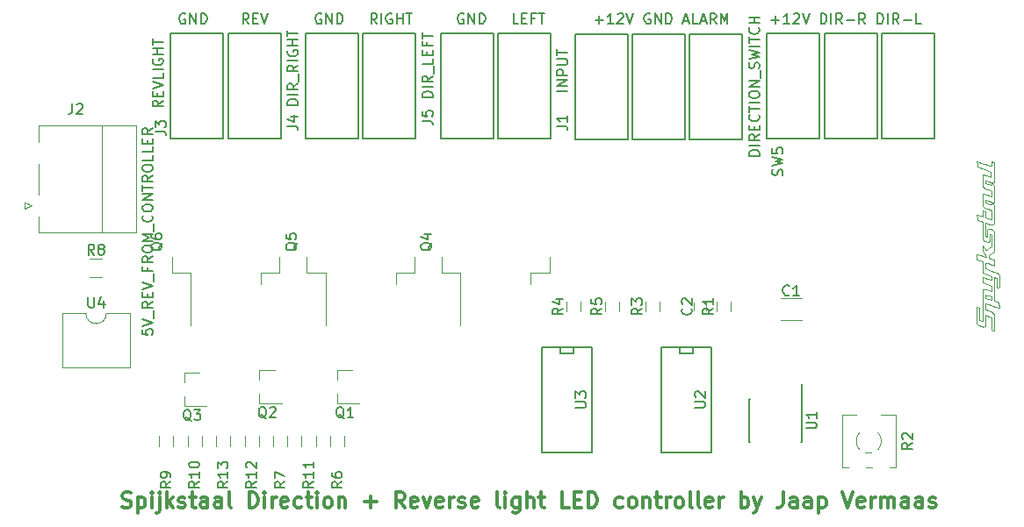
<source format=gbr>
G04 #@! TF.FileFunction,Legend,Top*
%FSLAX46Y46*%
G04 Gerber Fmt 4.6, Leading zero omitted, Abs format (unit mm)*
G04 Created by KiCad (PCBNEW 4.0.7-e2-6376~58~ubuntu16.04.1) date Wed Nov 22 10:08:24 2017*
%MOMM*%
%LPD*%
G01*
G04 APERTURE LIST*
%ADD10C,0.100000*%
%ADD11C,0.150000*%
%ADD12C,0.300000*%
%ADD13C,0.120000*%
G04 APERTURE END LIST*
D10*
X143769930Y-67155300D02*
X143769930Y-67155300D01*
X144046840Y-67247700D02*
X143769930Y-67155300D01*
X144052490Y-67384900D02*
X144046840Y-67247700D01*
X144054220Y-67438100D02*
X144052490Y-67384900D01*
X144054770Y-67481500D02*
X144054220Y-67438100D01*
X144054220Y-67510800D02*
X144054770Y-67481500D01*
X144052490Y-67521500D02*
X144054220Y-67510800D01*
X144027630Y-67514000D02*
X144052490Y-67521500D01*
X143964160Y-67493900D02*
X144027630Y-67514000D01*
X143871710Y-67464200D02*
X143964160Y-67493900D01*
X143759840Y-67427900D02*
X143871710Y-67464200D01*
X143472840Y-67334700D02*
X143759840Y-67427900D01*
X143467250Y-67198800D02*
X143472840Y-67334700D01*
X143466270Y-67146000D02*
X143467250Y-67198800D01*
X143467850Y-67102800D02*
X143466270Y-67146000D01*
X143471640Y-67073500D02*
X143467850Y-67102800D01*
X143477280Y-67062800D02*
X143471640Y-67073500D01*
X143505230Y-67070000D02*
X143477280Y-67062800D01*
X143569680Y-67089900D02*
X143505230Y-67070000D01*
X143661100Y-67119300D02*
X143569680Y-67089900D01*
X143769930Y-67155300D02*
X143661100Y-67119300D01*
X143759840Y-69049700D02*
X143759840Y-69049700D01*
X144046840Y-69142100D02*
X143759840Y-69049700D01*
X144052490Y-69278900D02*
X144046840Y-69142100D01*
X144053410Y-69332000D02*
X144052490Y-69278900D01*
X144051840Y-69375500D02*
X144053410Y-69332000D01*
X144048030Y-69404900D02*
X144051840Y-69375500D01*
X144042390Y-69415600D02*
X144048030Y-69404900D01*
X144014390Y-69408300D02*
X144042390Y-69415600D01*
X143949950Y-69388500D02*
X144014390Y-69408300D01*
X143858530Y-69359100D02*
X143949950Y-69388500D01*
X143749750Y-69323200D02*
X143858530Y-69359100D01*
X143472840Y-69230700D02*
X143749750Y-69323200D01*
X143467250Y-69093600D02*
X143472840Y-69230700D01*
X143465460Y-69040500D02*
X143467250Y-69093600D01*
X143464920Y-68996900D02*
X143465460Y-69040500D01*
X143465460Y-68967600D02*
X143464920Y-68996900D01*
X143467250Y-68957000D02*
X143465460Y-68967600D01*
X143492040Y-68964500D02*
X143467250Y-68957000D01*
X143555520Y-68984400D02*
X143492040Y-68964500D01*
X143647970Y-69013900D02*
X143555520Y-68984400D01*
X143759840Y-69049700D02*
X143647970Y-69013900D01*
X143788540Y-78222640D02*
X143788540Y-78222640D01*
X144046840Y-78304940D02*
X143788540Y-78222640D01*
X144052490Y-78452840D02*
X144046840Y-78304940D01*
X144053460Y-78509590D02*
X144052490Y-78452840D01*
X144051930Y-78554730D02*
X144053460Y-78509590D01*
X144048310Y-78583650D02*
X144051930Y-78554730D01*
X144042880Y-78591780D02*
X144048310Y-78583650D01*
X144014670Y-78581320D02*
X144042880Y-78591780D01*
X143949240Y-78559340D02*
X144014670Y-78581320D01*
X143856250Y-78529070D02*
X143949240Y-78559340D01*
X143745520Y-78493800D02*
X143856250Y-78529070D01*
X143463290Y-78404830D02*
X143745520Y-78493800D01*
X143463290Y-78271640D02*
X143463290Y-78404830D01*
X143464430Y-78202570D02*
X143463290Y-78271640D01*
X143469200Y-78162260D02*
X143464430Y-78202570D01*
X143479410Y-78143590D02*
X143469200Y-78162260D01*
X143496770Y-78139360D02*
X143479410Y-78143590D01*
X143530130Y-78146250D02*
X143496770Y-78139360D01*
X143596270Y-78164260D02*
X143530130Y-78146250D01*
X143685570Y-78190640D02*
X143596270Y-78164260D01*
X143788540Y-78222640D02*
X143685570Y-78190640D01*
X144807100Y-76853930D02*
X144807100Y-76853930D01*
X144807140Y-76853930D02*
X144807100Y-76853930D01*
X144808840Y-76633230D02*
X144807140Y-76853930D01*
X144809530Y-76465860D02*
X144808840Y-76633230D01*
X144808780Y-76343360D02*
X144809530Y-76465860D01*
X144806000Y-76257410D02*
X144808780Y-76343360D01*
X144800790Y-76199690D02*
X144806000Y-76257410D01*
X144792710Y-76161770D02*
X144800790Y-76199690D01*
X144781320Y-76135340D02*
X144792710Y-76161770D01*
X144766070Y-76111910D02*
X144781320Y-76135340D01*
X144741020Y-76080610D02*
X144766070Y-76111910D01*
X144709320Y-76052010D02*
X144741020Y-76080610D01*
X144665280Y-76023580D02*
X144709320Y-76052010D01*
X144603320Y-75992820D02*
X144665280Y-76023580D01*
X144517710Y-75957120D02*
X144603320Y-75992820D01*
X144402790Y-75914000D02*
X144517710Y-75957120D01*
X144252950Y-75860830D02*
X144402790Y-75914000D01*
X144062570Y-75795120D02*
X144252950Y-75860830D01*
X143491990Y-75599650D02*
X144062570Y-75795120D01*
X143478210Y-75324370D02*
X143491990Y-75599650D01*
X143473430Y-75215750D02*
X143478210Y-75324370D01*
X143470670Y-75123580D02*
X143473430Y-75215750D01*
X143470130Y-75057440D02*
X143470670Y-75123580D01*
X143472030Y-75027220D02*
X143470130Y-75057440D01*
X143501810Y-75026140D02*
X143472030Y-75027220D01*
X143583180Y-75044210D02*
X143501810Y-75026140D01*
X143715290Y-75081210D02*
X143583180Y-75044210D01*
X143897210Y-75136970D02*
X143715290Y-75081210D01*
X144059640Y-75188080D02*
X143897210Y-75136970D01*
X144193430Y-75229970D02*
X144059640Y-75188080D01*
X144284680Y-75258340D02*
X144193430Y-75229970D01*
X144319520Y-75268820D02*
X144284680Y-75258340D01*
X144321360Y-75248530D02*
X144319520Y-75268820D01*
X144322880Y-75193020D02*
X144321360Y-75248530D01*
X144323910Y-75110830D02*
X144322880Y-75193020D01*
X144324290Y-75010340D02*
X144323910Y-75110830D01*
X144323420Y-74863760D02*
X144324290Y-75010340D01*
X144318380Y-74784820D02*
X144323420Y-74863760D01*
X144305570Y-74750090D02*
X144318380Y-74784820D01*
X144281270Y-74736260D02*
X144305570Y-74750090D01*
X144252840Y-74726160D02*
X144281270Y-74736260D01*
X144207320Y-74709890D02*
X144252840Y-74726160D01*
X144150950Y-74689760D02*
X144207320Y-74709890D01*
X144090090Y-74667960D02*
X144150950Y-74689760D01*
X143941960Y-74614940D02*
X144090090Y-74667960D01*
X143865570Y-74469160D02*
X143941960Y-74614940D01*
X143836990Y-74411660D02*
X143865570Y-74469160D01*
X143815780Y-74362610D02*
X143836990Y-74411660D01*
X143803780Y-74327340D02*
X143815780Y-74362610D01*
X143803240Y-74310970D02*
X143803780Y-74327340D01*
X143828680Y-74291430D02*
X143803240Y-74310970D01*
X143887710Y-74247440D02*
X143828680Y-74291430D01*
X143971530Y-74185580D02*
X143887710Y-74247440D01*
X144071310Y-74112290D02*
X143971530Y-74185580D01*
X144325320Y-73926150D02*
X144071310Y-74112290D01*
X144320000Y-72953930D02*
X144325320Y-73926150D01*
X144318160Y-72640700D02*
X144320000Y-72953930D01*
X144316210Y-72402400D02*
X144318160Y-72640700D01*
X144313660Y-72227800D02*
X144316210Y-72402400D01*
X144310070Y-72106200D02*
X144313660Y-72227800D01*
X144304980Y-72026400D02*
X144310070Y-72106200D01*
X144297820Y-71977300D02*
X144304980Y-72026400D01*
X144288160Y-71948100D02*
X144297820Y-71977300D01*
X144275570Y-71927700D02*
X144288160Y-71948100D01*
X144238840Y-71891100D02*
X144275570Y-71927700D01*
X144183070Y-71852600D02*
X144238840Y-71891100D01*
X144114170Y-71814600D02*
X144183070Y-71852600D01*
X144037950Y-71779600D02*
X144114170Y-71814600D01*
X143960420Y-71750000D02*
X144037950Y-71779600D01*
X143887390Y-71728400D02*
X143960420Y-71750000D01*
X143824890Y-71717300D02*
X143887390Y-71728400D01*
X143778720Y-71719000D02*
X143824890Y-71717300D01*
X143746770Y-71730000D02*
X143778720Y-71719000D01*
X143721380Y-71747300D02*
X143746770Y-71730000D01*
X143701680Y-71774200D02*
X143721380Y-71747300D01*
X143686860Y-71813600D02*
X143701680Y-71774200D01*
X143675960Y-71869000D02*
X143686860Y-71813600D01*
X143668210Y-71943300D02*
X143675960Y-71869000D01*
X143662720Y-72039900D02*
X143668210Y-71943300D01*
X143658600Y-72161800D02*
X143662720Y-72039900D01*
X143653450Y-72299600D02*
X143658600Y-72161800D01*
X143646720Y-72404700D02*
X143653450Y-72299600D01*
X143638850Y-72471800D02*
X143646720Y-72404700D01*
X143630340Y-72495400D02*
X143638850Y-72471800D01*
X143617040Y-72493600D02*
X143630340Y-72495400D01*
X143595130Y-72488900D02*
X143617040Y-72493600D01*
X143567520Y-72481900D02*
X143595130Y-72488900D01*
X143537290Y-72473200D02*
X143567520Y-72481900D01*
X143463290Y-72451100D02*
X143537290Y-72473200D01*
X143463290Y-71813300D02*
X143463290Y-72451100D01*
X143464530Y-71565700D02*
X143463290Y-71813300D01*
X143467960Y-71362900D02*
X143464530Y-71565700D01*
X143473060Y-71225800D02*
X143467960Y-71362900D01*
X143479290Y-71175500D02*
X143473060Y-71225800D01*
X143507990Y-71182300D02*
X143479290Y-71175500D01*
X143574410Y-71200700D02*
X143507990Y-71182300D01*
X143668530Y-71228000D02*
X143574410Y-71200700D01*
X143780610Y-71261300D02*
X143668530Y-71228000D01*
X143893090Y-71294400D02*
X143780610Y-71261300D01*
X143984560Y-71318800D02*
X143893090Y-71294400D01*
X144057910Y-71335100D02*
X143984560Y-71318800D01*
X144116280Y-71343400D02*
X144057910Y-71335100D01*
X144162720Y-71343800D02*
X144116280Y-71343400D01*
X144200320Y-71336900D02*
X144162720Y-71343800D01*
X144232060Y-71322700D02*
X144200320Y-71336900D01*
X144261030Y-71301500D02*
X144232060Y-71322700D01*
X144314740Y-71255400D02*
X144261030Y-71301500D01*
X144320110Y-70399600D02*
X144314740Y-71255400D01*
X144321740Y-70084100D02*
X144320110Y-70399600D01*
X144321420Y-69844300D02*
X144321740Y-70084100D01*
X144317560Y-69667200D02*
X144321420Y-69844300D01*
X144308840Y-69540000D02*
X144317560Y-69667200D01*
X144293850Y-69449500D02*
X144308840Y-69540000D01*
X144271180Y-69383000D02*
X144293850Y-69449500D01*
X144239430Y-69327500D02*
X144271180Y-69383000D01*
X144197170Y-69269900D02*
X144239430Y-69327500D01*
X144131200Y-69183500D02*
X144197170Y-69269900D01*
X144218170Y-69196500D02*
X144131200Y-69183500D01*
X144305140Y-69209600D02*
X144218170Y-69196500D01*
X144305140Y-68401400D02*
X144305140Y-69209600D01*
X144303780Y-68035300D02*
X144305140Y-68401400D01*
X144299770Y-67770300D02*
X144303780Y-68035300D01*
X144292880Y-67600200D02*
X144299770Y-67770300D01*
X144282950Y-67519200D02*
X144292880Y-67600200D01*
X144269110Y-67484300D02*
X144282950Y-67519200D01*
X144248020Y-67444500D02*
X144269110Y-67484300D01*
X144222460Y-67404200D02*
X144248020Y-67444500D01*
X144195390Y-67368600D02*
X144222460Y-67404200D01*
X144129960Y-67292200D02*
X144195390Y-67368600D01*
X144305140Y-67292200D02*
X144129960Y-67292200D01*
X144305140Y-65329000D02*
X144305140Y-67292200D01*
X144203030Y-65296800D02*
X144305140Y-65329000D01*
X144162350Y-65284300D02*
X144203030Y-65296800D01*
X144127140Y-65274200D02*
X144162350Y-65284300D01*
X144101200Y-65267200D02*
X144127140Y-65274200D01*
X144088240Y-65264700D02*
X144101200Y-65267200D01*
X144083290Y-65281300D02*
X144088240Y-65264700D01*
X144079280Y-65326500D02*
X144083290Y-65281300D01*
X144076520Y-65393500D02*
X144079280Y-65326500D01*
X144075540Y-65475200D02*
X144076520Y-65393500D01*
X144074290Y-65575800D02*
X144075540Y-65475200D01*
X144070170Y-65640600D02*
X144074290Y-65575800D01*
X144062460Y-65675300D02*
X144070170Y-65640600D01*
X144050530Y-65685400D02*
X144062460Y-65675300D01*
X144031700Y-65681100D02*
X144050530Y-65685400D01*
X143987600Y-65668300D02*
X144031700Y-65681100D01*
X143921030Y-65648200D02*
X143987600Y-65668300D01*
X143834880Y-65621700D02*
X143921030Y-65648200D01*
X143731950Y-65589500D02*
X143834880Y-65621700D01*
X143615200Y-65552500D02*
X143731950Y-65589500D01*
X143487430Y-65511800D02*
X143615200Y-65552500D01*
X143351590Y-65468200D02*
X143487430Y-65511800D01*
X142677750Y-65250700D02*
X143351590Y-65468200D01*
X142683070Y-65492000D02*
X142677750Y-65250700D01*
X142688390Y-65733200D02*
X142683070Y-65492000D01*
X143358090Y-65975400D02*
X142688390Y-65733200D01*
X144027740Y-66217600D02*
X143358090Y-65975400D01*
X144033060Y-66477500D02*
X144027740Y-66217600D01*
X144034090Y-66578500D02*
X144033060Y-66477500D01*
X144032950Y-66661300D02*
X144034090Y-66578500D01*
X144029960Y-66717100D02*
X144032950Y-66661300D01*
X144025290Y-66737500D02*
X144029960Y-66717100D01*
X143989660Y-66727800D02*
X144025290Y-66737500D01*
X143902420Y-66701000D02*
X143989660Y-66727800D01*
X143776540Y-66661500D02*
X143902420Y-66701000D01*
X143625240Y-66613200D02*
X143776540Y-66661500D01*
X143473980Y-66565000D02*
X143625240Y-66613200D01*
X143348380Y-66525400D02*
X143473980Y-66565000D01*
X143261460Y-66498800D02*
X143348380Y-66525400D01*
X143226360Y-66488900D02*
X143261460Y-66498800D01*
X143221750Y-66532900D02*
X143226360Y-66488900D01*
X143218000Y-66652900D02*
X143221750Y-66532900D01*
X143215520Y-66830400D02*
X143218000Y-66652900D01*
X143214590Y-67047200D02*
X143215520Y-66830400D01*
X143214750Y-67220600D02*
X143214590Y-67047200D01*
X143215520Y-67355300D02*
X143214750Y-67220600D01*
X143217310Y-67457500D02*
X143215520Y-67355300D01*
X143220340Y-67532900D02*
X143217310Y-67457500D01*
X143225060Y-67587400D02*
X143220340Y-67532900D01*
X143231790Y-67626800D02*
X143225060Y-67587400D01*
X143240910Y-67657200D02*
X143231790Y-67626800D01*
X143252780Y-67684300D02*
X143240910Y-67657200D01*
X143274110Y-67723300D02*
X143252780Y-67684300D01*
X143299020Y-67757200D02*
X143274110Y-67723300D01*
X143330360Y-67787500D02*
X143299020Y-67757200D01*
X143370780Y-67816000D02*
X143330360Y-67787500D01*
X143423090Y-67844300D02*
X143370780Y-67816000D01*
X143490030Y-67874200D02*
X143423090Y-67844300D01*
X143574290Y-67907200D02*
X143490030Y-67874200D01*
X143678670Y-67945300D02*
X143574290Y-67907200D01*
X143788640Y-67984500D02*
X143678670Y-67945300D01*
X143886570Y-68019300D02*
X143788640Y-67984500D01*
X143961880Y-68046300D02*
X143886570Y-68019300D01*
X144003820Y-68061300D02*
X143961880Y-68046300D01*
X144056450Y-68080300D02*
X144003820Y-68061300D01*
X144056450Y-68346300D02*
X144056450Y-68080300D01*
X144055790Y-68449600D02*
X144056450Y-68346300D01*
X144054110Y-68534200D02*
X144055790Y-68449600D01*
X144051610Y-68591300D02*
X144054110Y-68534200D01*
X144048570Y-68612200D02*
X144051610Y-68591300D01*
X144013640Y-68601800D02*
X144048570Y-68612200D01*
X143924450Y-68573600D02*
X144013640Y-68601800D01*
X143794450Y-68531800D02*
X143924450Y-68573600D01*
X143637220Y-68480700D02*
X143794450Y-68531800D01*
X143233680Y-68349000D02*
X143637220Y-68480700D01*
X143233680Y-69573700D02*
X143233680Y-68349000D01*
X143315020Y-69653800D02*
X143233680Y-69573700D01*
X143341320Y-69678500D02*
X143315020Y-69653800D01*
X143368500Y-69700000D02*
X143341320Y-69678500D01*
X143399710Y-69719800D02*
X143368500Y-69700000D01*
X143438000Y-69739600D02*
X143399710Y-69719800D01*
X143486670Y-69760700D02*
X143438000Y-69739600D01*
X143548850Y-69784700D02*
X143486670Y-69760700D01*
X143627680Y-69813100D02*
X143548850Y-69784700D01*
X143726360Y-69847300D02*
X143627680Y-69813100D01*
X144056450Y-69960500D02*
X143726360Y-69847300D01*
X144056450Y-70386300D02*
X144056450Y-69960500D01*
X144055250Y-70551600D02*
X144056450Y-70386300D01*
X144052040Y-70687000D02*
X144055250Y-70551600D01*
X144047320Y-70778500D02*
X144052040Y-70687000D01*
X144041570Y-70812100D02*
X144047320Y-70778500D01*
X144013910Y-70804800D02*
X144041570Y-70812100D01*
X143949720Y-70784900D02*
X144013910Y-70804800D01*
X143858470Y-70755500D02*
X143949720Y-70784900D01*
X143749810Y-70719500D02*
X143858470Y-70755500D01*
X143472890Y-70627000D02*
X143749810Y-70719500D01*
X143467570Y-70347000D02*
X143472890Y-70627000D01*
X143462310Y-70067100D02*
X143467570Y-70347000D01*
X143224140Y-69996900D02*
X143462310Y-70067100D01*
X143218880Y-70268600D02*
X143224140Y-69996900D01*
X143213560Y-70540400D02*
X143218880Y-70268600D01*
X143104070Y-70506800D02*
X143213560Y-70540400D01*
X143049020Y-70489800D02*
X143104070Y-70506800D01*
X142980160Y-70468600D02*
X143049020Y-70489800D01*
X142906270Y-70445700D02*
X142980160Y-70468600D01*
X142836170Y-70424000D02*
X142906270Y-70445700D01*
X142677750Y-70374800D02*
X142836170Y-70424000D01*
X142683070Y-70624100D02*
X142677750Y-70374800D01*
X142688390Y-70873200D02*
X142683070Y-70624100D01*
X142940450Y-70964900D02*
X142688390Y-70873200D01*
X143039890Y-71001600D02*
X142940450Y-70964900D01*
X143124470Y-71033500D02*
X143039890Y-71001600D01*
X143185130Y-71057200D02*
X143124470Y-71033500D01*
X143213070Y-71069400D02*
X143185130Y-71057200D01*
X143218000Y-71084700D02*
X143213070Y-71069400D01*
X143222240Y-71124400D02*
X143218000Y-71084700D01*
X143225820Y-71189200D02*
X143222240Y-71124400D01*
X143228700Y-71279800D02*
X143225820Y-71189200D01*
X143230860Y-71397000D02*
X143228700Y-71279800D01*
X143232450Y-71541200D02*
X143230860Y-71397000D01*
X143233360Y-71713400D02*
X143232450Y-71541200D01*
X143233680Y-71914100D02*
X143233360Y-71713400D01*
X143233530Y-72091800D02*
X143233680Y-71914100D01*
X143233590Y-72246200D02*
X143233530Y-72091800D01*
X143234180Y-72379100D02*
X143233590Y-72246200D01*
X143235960Y-72492200D02*
X143234180Y-72379100D01*
X143239390Y-72587500D02*
X143235960Y-72492200D01*
X143244920Y-72666700D02*
X143239390Y-72587500D01*
X143253170Y-72731600D02*
X143244920Y-72666700D01*
X143264560Y-72784160D02*
X143253170Y-72731600D01*
X143279590Y-72826000D02*
X143264560Y-72784160D01*
X143298850Y-72859090D02*
X143279590Y-72826000D01*
X143322770Y-72885140D02*
X143298850Y-72859090D01*
X143351960Y-72905970D02*
X143322770Y-72885140D01*
X143386790Y-72923430D02*
X143351960Y-72905970D01*
X143427920Y-72939390D02*
X143386790Y-72923430D01*
X143475710Y-72955550D02*
X143427920Y-72939390D01*
X143530780Y-72973770D02*
X143475710Y-72955550D01*
X143661530Y-73014150D02*
X143530780Y-72973770D01*
X143747420Y-73028520D02*
X143661530Y-73014150D01*
X143803410Y-73017230D02*
X143747420Y-73028520D01*
X143844590Y-72980570D02*
X143803410Y-73017230D01*
X143856790Y-72963360D02*
X143844590Y-72980570D01*
X143866230Y-72944370D02*
X143856790Y-72963360D01*
X143873230Y-72920070D02*
X143866230Y-72944370D01*
X143878170Y-72887030D02*
X143873230Y-72920070D01*
X143881310Y-72841780D02*
X143878170Y-72887030D01*
X143883160Y-72780800D02*
X143881310Y-72841780D01*
X143884030Y-72700700D02*
X143883160Y-72780800D01*
X143884240Y-72598000D02*
X143884030Y-72700700D01*
X143884670Y-72469100D02*
X143884240Y-72598000D01*
X143886030Y-72363400D02*
X143884670Y-72469100D01*
X143887990Y-72292100D02*
X143886030Y-72363400D01*
X143890380Y-72265800D02*
X143887990Y-72292100D01*
X143899810Y-72268300D02*
X143890380Y-72265800D01*
X143921030Y-72274800D02*
X143899810Y-72268300D01*
X143950810Y-72284500D02*
X143921030Y-72274800D01*
X143986070Y-72296300D02*
X143950810Y-72284500D01*
X144075540Y-72326800D02*
X143986070Y-72296300D01*
X144075540Y-73445620D02*
X144075540Y-72326800D01*
X143823700Y-73625690D02*
X144075540Y-73445620D01*
X143724090Y-73696650D02*
X143823700Y-73625690D01*
X143639290Y-73756760D02*
X143724090Y-73696650D01*
X143578140Y-73799680D02*
X143639290Y-73756760D01*
X143549710Y-73819050D02*
X143578140Y-73799680D01*
X143530840Y-73809390D02*
X143549710Y-73819050D01*
X143496280Y-73768710D02*
X143530840Y-73809390D01*
X143447340Y-73698770D02*
X143496280Y-73768710D01*
X143385430Y-73601270D02*
X143447340Y-73698770D01*
X143243290Y-73370150D02*
X143385430Y-73601270D01*
X143237860Y-73603830D02*
X143243290Y-73370150D01*
X143232490Y-73837550D02*
X143237860Y-73603830D01*
X143389720Y-74141640D02*
X143232490Y-73837550D01*
X143450060Y-74260460D02*
X143389720Y-74141640D01*
X143498170Y-74359040D02*
X143450060Y-74260460D01*
X143529100Y-74427230D02*
X143498170Y-74359040D01*
X143538040Y-74454680D02*
X143529100Y-74427230D01*
X143508160Y-74449910D02*
X143538040Y-74454680D01*
X143433500Y-74430280D02*
X143508160Y-74449910D01*
X143325270Y-74398970D02*
X143433500Y-74430280D01*
X143194850Y-74358980D02*
X143325270Y-74398970D01*
X143057850Y-74316180D02*
X143194850Y-74358980D01*
X142932100Y-74277050D02*
X143057850Y-74316180D01*
X142831350Y-74245910D02*
X142932100Y-74277050D01*
X142769710Y-74227090D02*
X142831350Y-74245910D01*
X142678840Y-74199910D02*
X142769710Y-74227090D01*
X142678840Y-74710590D02*
X142678840Y-74199910D01*
X143214320Y-74896040D02*
X142678840Y-74710590D01*
X143214430Y-75461960D02*
X143214320Y-74896040D01*
X143214530Y-76027930D02*
X143214430Y-75461960D01*
X143640270Y-76180370D02*
X143214530Y-76027930D01*
X144065990Y-76332890D02*
X143640270Y-76180370D01*
X144071470Y-76508720D02*
X144065990Y-76332890D01*
X144072560Y-76577020D02*
X144071470Y-76508720D01*
X144071530Y-76632960D02*
X144072560Y-76577020D01*
X144068540Y-76670770D02*
X144071530Y-76632960D01*
X144063930Y-76684610D02*
X144068540Y-76670770D01*
X144028020Y-76674840D02*
X144063930Y-76684610D01*
X143940020Y-76648090D02*
X144028020Y-76674840D01*
X143813110Y-76608550D02*
X143940020Y-76648090D01*
X143660610Y-76560260D02*
X143813110Y-76608550D01*
X143507560Y-76512030D02*
X143660610Y-76560260D01*
X143379570Y-76472480D02*
X143507560Y-76512030D01*
X143289890Y-76445730D02*
X143379570Y-76472480D01*
X143252030Y-76435910D02*
X143289890Y-76445730D01*
X143244600Y-76454140D02*
X143252030Y-76435910D01*
X143238790Y-76504970D02*
X143244600Y-76454140D01*
X143234990Y-76582830D02*
X143238790Y-76504970D01*
X143233680Y-76681960D02*
X143234990Y-76582830D01*
X143233680Y-76928000D02*
X143233680Y-76681960D01*
X143654590Y-77078870D02*
X143233680Y-76928000D01*
X144075540Y-77229750D02*
X143654590Y-77078870D01*
X144075540Y-77492770D02*
X144075540Y-77229750D01*
X144074560Y-77594930D02*
X144075540Y-77492770D01*
X144072020Y-77678580D02*
X144074560Y-77594930D01*
X144068270Y-77735070D02*
X144072020Y-77678580D01*
X144063660Y-77755790D02*
X144068270Y-77735070D01*
X144034960Y-77748250D02*
X144063660Y-77755790D01*
X143965630Y-77727750D02*
X144034960Y-77748250D01*
X143866020Y-77697360D02*
X143965630Y-77727750D01*
X143746540Y-77660190D02*
X143866020Y-77697360D01*
X143625720Y-77623300D02*
X143746540Y-77660190D01*
X143527850Y-77595840D02*
X143625720Y-77623300D01*
X143449840Y-77577620D02*
X143527850Y-77595840D01*
X143388790Y-77568340D02*
X143449840Y-77577620D01*
X143341660Y-77567690D02*
X143388790Y-77568340D01*
X143305520Y-77575400D02*
X143341660Y-77567690D01*
X143277310Y-77591290D02*
X143305520Y-77575400D01*
X143254200Y-77614940D02*
X143277310Y-77591290D01*
X143247250Y-77624280D02*
X143254200Y-77614940D01*
X143241170Y-77634860D02*
X143247250Y-77624280D01*
X143235920Y-77648970D02*
X143241170Y-77634860D01*
X143231350Y-77668820D02*
X143235920Y-77648970D01*
X143227560Y-77696590D02*
X143231350Y-77668820D01*
X143224360Y-77734470D02*
X143227560Y-77696590D01*
X143221700Y-77784710D02*
X143224360Y-77734470D01*
X143219590Y-77849430D02*
X143221700Y-77784710D01*
X143217960Y-77930910D02*
X143219590Y-77849430D01*
X143216710Y-78031340D02*
X143217960Y-77930910D01*
X143215780Y-78152870D02*
X143216710Y-78031340D01*
X143215180Y-78297790D02*
X143215780Y-78152870D01*
X143214810Y-78468190D02*
X143215180Y-78297790D01*
X143214590Y-78666430D02*
X143214810Y-78468190D01*
X143214530Y-78894570D02*
X143214590Y-78666430D01*
X143214530Y-79154830D02*
X143214530Y-78894570D01*
X143214530Y-80644300D02*
X143214530Y-79154830D01*
X143171520Y-80643160D02*
X143214530Y-80644300D01*
X143145680Y-80639410D02*
X143171520Y-80643160D01*
X143107340Y-80630020D02*
X143145680Y-80639410D01*
X143061600Y-80616470D02*
X143107340Y-80630020D01*
X143013640Y-80600030D02*
X143061600Y-80616470D01*
X142898840Y-80558040D02*
X143013640Y-80600030D01*
X142889290Y-79957510D02*
X142898840Y-80558040D01*
X142879740Y-79356910D02*
X142889290Y-79957510D01*
X142812740Y-79333800D02*
X142879740Y-79356910D01*
X142752780Y-79313510D02*
X142812740Y-79333800D01*
X142702770Y-79297140D02*
X142752780Y-79313510D01*
X142659680Y-79283570D02*
X142702770Y-79297140D01*
X142659790Y-80054770D02*
X142659680Y-79283570D01*
X142660130Y-80222580D02*
X142659790Y-80054770D01*
X142661210Y-80376340D02*
X142660130Y-80222580D01*
X142662890Y-80514040D02*
X142661210Y-80376340D01*
X142665170Y-80633830D02*
X142662890Y-80514040D01*
X142668040Y-80733870D02*
X142665170Y-80633830D01*
X142671350Y-80812220D02*
X142668040Y-80733870D01*
X142675160Y-80866960D02*
X142671350Y-80812220D01*
X142679380Y-80896150D02*
X142675160Y-80866960D01*
X142715030Y-80970900D02*
X142679380Y-80896150D01*
X142781430Y-81034480D02*
X142715030Y-80970900D01*
X142885860Y-81092110D02*
X142781430Y-81034480D01*
X143035770Y-81149020D02*
X142885860Y-81092110D01*
X143182740Y-81194110D02*
X143035770Y-81149020D01*
X143284530Y-81214230D02*
X143182740Y-81194110D01*
X143354130Y-81210650D02*
X143284530Y-81214230D01*
X143404700Y-81184660D02*
X143354130Y-81210650D01*
X143426500Y-81162150D02*
X143404700Y-81184660D01*
X143443920Y-81131070D02*
X143426500Y-81162150D01*
X143457380Y-81087500D02*
X143443920Y-81131070D01*
X143467360Y-81027500D02*
X143457380Y-81087500D01*
X143474310Y-80947090D02*
X143467360Y-81027500D01*
X143478750Y-80842330D02*
X143474310Y-80947090D01*
X143481140Y-80709250D02*
X143478750Y-80842330D01*
X143481950Y-80543820D02*
X143481140Y-80709250D01*
X143483310Y-80367440D02*
X143481950Y-80543820D01*
X143486610Y-80223020D02*
X143483310Y-80367440D01*
X143491450Y-80125410D02*
X143486610Y-80223020D01*
X143497250Y-80089550D02*
X143491450Y-80125410D01*
X143524860Y-80096890D02*
X143497250Y-80089550D01*
X143589100Y-80116730D02*
X143524860Y-80096890D01*
X143680310Y-80146150D02*
X143589100Y-80116730D01*
X143789030Y-80182050D02*
X143680310Y-80146150D01*
X144065990Y-80274620D02*
X143789030Y-80182050D01*
X144085090Y-81511380D02*
X144065990Y-80274620D01*
X144180790Y-81545020D02*
X144085090Y-81511380D01*
X144219790Y-81558200D02*
X144180790Y-81545020D01*
X144255340Y-81569210D02*
X144219790Y-81558200D01*
X144283490Y-81576920D02*
X144255340Y-81569210D01*
X144300360Y-81580120D02*
X144283490Y-81576920D01*
X144306340Y-81564060D02*
X144300360Y-81580120D01*
X144311540Y-81517780D02*
X144306340Y-81564060D01*
X144315930Y-81445460D02*
X144311540Y-81517780D01*
X144319570Y-81351110D02*
X144315930Y-81445460D01*
X144322390Y-81238970D02*
X144319570Y-81351110D01*
X144324410Y-81113050D02*
X144322390Y-81238970D01*
X144325640Y-80977580D02*
X144324410Y-81113050D01*
X144326090Y-80836620D02*
X144325640Y-80977580D01*
X144325750Y-80694260D02*
X144326090Y-80836620D01*
X144324610Y-80554680D02*
X144325750Y-80694260D01*
X144322670Y-80421970D02*
X144324610Y-80554680D01*
X144319890Y-80300280D02*
X144322670Y-80421970D01*
X144316380Y-80193660D02*
X144319890Y-80300280D01*
X144312030Y-80106260D02*
X144316380Y-80193660D01*
X144306820Y-80042250D02*
X144312030Y-80106260D01*
X144300910Y-80005680D02*
X144306820Y-80042250D01*
X144285070Y-79967280D02*
X144300910Y-80005680D01*
X144260060Y-79924730D02*
X144285070Y-79967280D01*
X144227930Y-79881280D02*
X144260060Y-79924730D01*
X144190880Y-79840040D02*
X144227930Y-79881280D01*
X144162670Y-79812910D02*
X144190880Y-79840040D01*
X144135320Y-79790020D02*
X144162670Y-79812910D01*
X144105270Y-79769790D02*
X144135320Y-79790020D01*
X144069090Y-79750410D02*
X144105270Y-79769790D01*
X144023240Y-79730340D02*
X144069090Y-79750410D01*
X143964320Y-79707770D02*
X144023240Y-79730340D01*
X143888850Y-79681190D02*
X143964320Y-79707770D01*
X143793310Y-79648750D02*
X143888850Y-79681190D01*
X143482390Y-79544360D02*
X143793310Y-79648750D01*
X143482390Y-79252650D02*
X143482390Y-79544360D01*
X143483530Y-79112890D02*
X143482390Y-79252650D01*
X143487540Y-79023040D02*
X143483530Y-79112890D01*
X143495090Y-78975140D02*
X143487540Y-79023040D01*
X143506750Y-78960930D02*
X143495090Y-78975140D01*
X143554660Y-78973830D02*
X143506750Y-78960930D01*
X143667110Y-79008830D02*
X143554660Y-78973830D01*
X143827340Y-79060690D02*
X143667110Y-79008830D01*
X144018570Y-79123960D02*
X143827340Y-79060690D01*
X144219590Y-79190900D02*
X144018570Y-79123960D01*
X144406540Y-79252650D02*
X144219590Y-79190900D01*
X144558560Y-79302290D02*
X144406540Y-79252650D01*
X144654860Y-79333000D02*
X144558560Y-79302290D01*
X144803670Y-79379000D02*
X144654860Y-79333000D01*
X144793040Y-78860770D02*
X144803670Y-79379000D01*
X144563450Y-78779550D02*
X144793040Y-78860770D01*
X144333840Y-78698390D02*
X144563450Y-78779550D01*
X144328910Y-77573070D02*
X144333840Y-78698390D01*
X144328200Y-77346770D02*
X144328910Y-77573070D01*
X144328090Y-77135020D02*
X144328200Y-77346770D01*
X144328570Y-76942580D02*
X144328090Y-77135020D01*
X144329670Y-76774120D02*
X144328570Y-76942580D01*
X144331180Y-76634320D02*
X144329670Y-76774120D01*
X144333180Y-76527820D02*
X144331180Y-76634320D01*
X144335630Y-76459290D02*
X144333180Y-76527820D01*
X144338450Y-76433410D02*
X144335630Y-76459290D01*
X144352340Y-76431190D02*
X144338450Y-76433410D01*
X144379570Y-76435690D02*
X144352340Y-76431190D01*
X144416140Y-76446000D02*
X144379570Y-76435690D01*
X144458180Y-76461140D02*
X144416140Y-76446000D01*
X144563450Y-76503190D02*
X144458180Y-76461140D01*
X144568540Y-76943890D02*
X144563450Y-76503190D01*
X144573700Y-77384640D02*
X144568540Y-76943890D01*
X144654640Y-77406340D02*
X144573700Y-77384640D01*
X144688660Y-77415790D02*
X144654640Y-77406340D01*
X144721590Y-77425440D02*
X144688660Y-77415790D01*
X144749530Y-77434180D02*
X144721590Y-77425440D01*
X144768850Y-77440840D02*
X144749530Y-77434180D01*
X144779160Y-77442040D02*
X144768850Y-77440840D01*
X144787240Y-77432980D02*
X144779160Y-77442040D01*
X144793310Y-77408140D02*
X144787240Y-77432980D01*
X144797820Y-77362020D02*
X144793310Y-77408140D01*
X144801070Y-77289050D02*
X144797820Y-77362020D01*
X144803460Y-77183690D02*
X144801070Y-77289050D01*
X144805360Y-77040510D02*
X144803460Y-77183690D01*
X144807100Y-76853930D02*
X144805360Y-77040510D01*
D11*
X93178571Y-51000000D02*
X93083333Y-50952381D01*
X92940476Y-50952381D01*
X92797618Y-51000000D01*
X92702380Y-51095238D01*
X92654761Y-51190476D01*
X92607142Y-51380952D01*
X92607142Y-51523810D01*
X92654761Y-51714286D01*
X92702380Y-51809524D01*
X92797618Y-51904762D01*
X92940476Y-51952381D01*
X93035714Y-51952381D01*
X93178571Y-51904762D01*
X93226190Y-51857143D01*
X93226190Y-51523810D01*
X93035714Y-51523810D01*
X93654761Y-51952381D02*
X93654761Y-50952381D01*
X94226190Y-51952381D01*
X94226190Y-50952381D01*
X94702380Y-51952381D02*
X94702380Y-50952381D01*
X94940475Y-50952381D01*
X95083333Y-51000000D01*
X95178571Y-51095238D01*
X95226190Y-51190476D01*
X95273809Y-51380952D01*
X95273809Y-51523810D01*
X95226190Y-51714286D01*
X95178571Y-51809524D01*
X95083333Y-51904762D01*
X94940475Y-51952381D01*
X94702380Y-51952381D01*
X98464286Y-51952381D02*
X97988095Y-51952381D01*
X97988095Y-50952381D01*
X98797619Y-51428571D02*
X99130953Y-51428571D01*
X99273810Y-51952381D02*
X98797619Y-51952381D01*
X98797619Y-50952381D01*
X99273810Y-50952381D01*
X100035715Y-51428571D02*
X99702381Y-51428571D01*
X99702381Y-51952381D02*
X99702381Y-50952381D01*
X100178572Y-50952381D01*
X100416667Y-50952381D02*
X100988096Y-50952381D01*
X100702381Y-51952381D02*
X100702381Y-50952381D01*
X79452381Y-51000000D02*
X79357143Y-50952381D01*
X79214286Y-50952381D01*
X79071428Y-51000000D01*
X78976190Y-51095238D01*
X78928571Y-51190476D01*
X78880952Y-51380952D01*
X78880952Y-51523810D01*
X78928571Y-51714286D01*
X78976190Y-51809524D01*
X79071428Y-51904762D01*
X79214286Y-51952381D01*
X79309524Y-51952381D01*
X79452381Y-51904762D01*
X79500000Y-51857143D01*
X79500000Y-51523810D01*
X79309524Y-51523810D01*
X79928571Y-51952381D02*
X79928571Y-50952381D01*
X80500000Y-51952381D01*
X80500000Y-50952381D01*
X80976190Y-51952381D02*
X80976190Y-50952381D01*
X81214285Y-50952381D01*
X81357143Y-51000000D01*
X81452381Y-51095238D01*
X81500000Y-51190476D01*
X81547619Y-51380952D01*
X81547619Y-51523810D01*
X81500000Y-51714286D01*
X81452381Y-51809524D01*
X81357143Y-51904762D01*
X81214285Y-51952381D01*
X80976190Y-51952381D01*
X84833334Y-51952381D02*
X84500000Y-51476190D01*
X84261905Y-51952381D02*
X84261905Y-50952381D01*
X84642858Y-50952381D01*
X84738096Y-51000000D01*
X84785715Y-51047619D01*
X84833334Y-51142857D01*
X84833334Y-51285714D01*
X84785715Y-51380952D01*
X84738096Y-51428571D01*
X84642858Y-51476190D01*
X84261905Y-51476190D01*
X85261905Y-51952381D02*
X85261905Y-50952381D01*
X86261905Y-51000000D02*
X86166667Y-50952381D01*
X86023810Y-50952381D01*
X85880952Y-51000000D01*
X85785714Y-51095238D01*
X85738095Y-51190476D01*
X85690476Y-51380952D01*
X85690476Y-51523810D01*
X85738095Y-51714286D01*
X85785714Y-51809524D01*
X85880952Y-51904762D01*
X86023810Y-51952381D01*
X86119048Y-51952381D01*
X86261905Y-51904762D01*
X86309524Y-51857143D01*
X86309524Y-51523810D01*
X86119048Y-51523810D01*
X86738095Y-51952381D02*
X86738095Y-50952381D01*
X86738095Y-51428571D02*
X87309524Y-51428571D01*
X87309524Y-51952381D02*
X87309524Y-50952381D01*
X87642857Y-50952381D02*
X88214286Y-50952381D01*
X87928571Y-51952381D02*
X87928571Y-50952381D01*
X66333333Y-51000000D02*
X66238095Y-50952381D01*
X66095238Y-50952381D01*
X65952380Y-51000000D01*
X65857142Y-51095238D01*
X65809523Y-51190476D01*
X65761904Y-51380952D01*
X65761904Y-51523810D01*
X65809523Y-51714286D01*
X65857142Y-51809524D01*
X65952380Y-51904762D01*
X66095238Y-51952381D01*
X66190476Y-51952381D01*
X66333333Y-51904762D01*
X66380952Y-51857143D01*
X66380952Y-51523810D01*
X66190476Y-51523810D01*
X66809523Y-51952381D02*
X66809523Y-50952381D01*
X67380952Y-51952381D01*
X67380952Y-50952381D01*
X67857142Y-51952381D02*
X67857142Y-50952381D01*
X68095237Y-50952381D01*
X68238095Y-51000000D01*
X68333333Y-51095238D01*
X68380952Y-51190476D01*
X68428571Y-51380952D01*
X68428571Y-51523810D01*
X68380952Y-51714286D01*
X68333333Y-51809524D01*
X68238095Y-51904762D01*
X68095237Y-51952381D01*
X67857142Y-51952381D01*
X72476191Y-51952381D02*
X72142857Y-51476190D01*
X71904762Y-51952381D02*
X71904762Y-50952381D01*
X72285715Y-50952381D01*
X72380953Y-51000000D01*
X72428572Y-51047619D01*
X72476191Y-51142857D01*
X72476191Y-51285714D01*
X72428572Y-51380952D01*
X72380953Y-51428571D01*
X72285715Y-51476190D01*
X71904762Y-51476190D01*
X72904762Y-51428571D02*
X73238096Y-51428571D01*
X73380953Y-51952381D02*
X72904762Y-51952381D01*
X72904762Y-50952381D01*
X73380953Y-50952381D01*
X73666667Y-50952381D02*
X74000000Y-51952381D01*
X74333334Y-50952381D01*
X122857143Y-51571429D02*
X123619048Y-51571429D01*
X123238096Y-51952381D02*
X123238096Y-51190476D01*
X124619048Y-51952381D02*
X124047619Y-51952381D01*
X124333333Y-51952381D02*
X124333333Y-50952381D01*
X124238095Y-51095238D01*
X124142857Y-51190476D01*
X124047619Y-51238095D01*
X125000000Y-51047619D02*
X125047619Y-51000000D01*
X125142857Y-50952381D01*
X125380953Y-50952381D01*
X125476191Y-51000000D01*
X125523810Y-51047619D01*
X125571429Y-51142857D01*
X125571429Y-51238095D01*
X125523810Y-51380952D01*
X124952381Y-51952381D01*
X125571429Y-51952381D01*
X125857143Y-50952381D02*
X126190476Y-51952381D01*
X126523810Y-50952381D01*
X127619048Y-51952381D02*
X127619048Y-50952381D01*
X127857143Y-50952381D01*
X128000001Y-51000000D01*
X128095239Y-51095238D01*
X128142858Y-51190476D01*
X128190477Y-51380952D01*
X128190477Y-51523810D01*
X128142858Y-51714286D01*
X128095239Y-51809524D01*
X128000001Y-51904762D01*
X127857143Y-51952381D01*
X127619048Y-51952381D01*
X128619048Y-51952381D02*
X128619048Y-50952381D01*
X129666667Y-51952381D02*
X129333333Y-51476190D01*
X129095238Y-51952381D02*
X129095238Y-50952381D01*
X129476191Y-50952381D01*
X129571429Y-51000000D01*
X129619048Y-51047619D01*
X129666667Y-51142857D01*
X129666667Y-51285714D01*
X129619048Y-51380952D01*
X129571429Y-51428571D01*
X129476191Y-51476190D01*
X129095238Y-51476190D01*
X130095238Y-51571429D02*
X130857143Y-51571429D01*
X131904762Y-51952381D02*
X131571428Y-51476190D01*
X131333333Y-51952381D02*
X131333333Y-50952381D01*
X131714286Y-50952381D01*
X131809524Y-51000000D01*
X131857143Y-51047619D01*
X131904762Y-51142857D01*
X131904762Y-51285714D01*
X131857143Y-51380952D01*
X131809524Y-51428571D01*
X131714286Y-51476190D01*
X131333333Y-51476190D01*
X133095238Y-51952381D02*
X133095238Y-50952381D01*
X133333333Y-50952381D01*
X133476191Y-51000000D01*
X133571429Y-51095238D01*
X133619048Y-51190476D01*
X133666667Y-51380952D01*
X133666667Y-51523810D01*
X133619048Y-51714286D01*
X133571429Y-51809524D01*
X133476191Y-51904762D01*
X133333333Y-51952381D01*
X133095238Y-51952381D01*
X134095238Y-51952381D02*
X134095238Y-50952381D01*
X135142857Y-51952381D02*
X134809523Y-51476190D01*
X134571428Y-51952381D02*
X134571428Y-50952381D01*
X134952381Y-50952381D01*
X135047619Y-51000000D01*
X135095238Y-51047619D01*
X135142857Y-51142857D01*
X135142857Y-51285714D01*
X135095238Y-51380952D01*
X135047619Y-51428571D01*
X134952381Y-51476190D01*
X134571428Y-51476190D01*
X135571428Y-51571429D02*
X136333333Y-51571429D01*
X137285714Y-51952381D02*
X136809523Y-51952381D01*
X136809523Y-50952381D01*
X105869047Y-51571429D02*
X106630952Y-51571429D01*
X106250000Y-51952381D02*
X106250000Y-51190476D01*
X107630952Y-51952381D02*
X107059523Y-51952381D01*
X107345237Y-51952381D02*
X107345237Y-50952381D01*
X107249999Y-51095238D01*
X107154761Y-51190476D01*
X107059523Y-51238095D01*
X108011904Y-51047619D02*
X108059523Y-51000000D01*
X108154761Y-50952381D01*
X108392857Y-50952381D01*
X108488095Y-51000000D01*
X108535714Y-51047619D01*
X108583333Y-51142857D01*
X108583333Y-51238095D01*
X108535714Y-51380952D01*
X107964285Y-51952381D01*
X108583333Y-51952381D01*
X108869047Y-50952381D02*
X109202380Y-51952381D01*
X109535714Y-50952381D01*
X111154762Y-51000000D02*
X111059524Y-50952381D01*
X110916667Y-50952381D01*
X110773809Y-51000000D01*
X110678571Y-51095238D01*
X110630952Y-51190476D01*
X110583333Y-51380952D01*
X110583333Y-51523810D01*
X110630952Y-51714286D01*
X110678571Y-51809524D01*
X110773809Y-51904762D01*
X110916667Y-51952381D01*
X111011905Y-51952381D01*
X111154762Y-51904762D01*
X111202381Y-51857143D01*
X111202381Y-51523810D01*
X111011905Y-51523810D01*
X111630952Y-51952381D02*
X111630952Y-50952381D01*
X112202381Y-51952381D01*
X112202381Y-50952381D01*
X112678571Y-51952381D02*
X112678571Y-50952381D01*
X112916666Y-50952381D01*
X113059524Y-51000000D01*
X113154762Y-51095238D01*
X113202381Y-51190476D01*
X113250000Y-51380952D01*
X113250000Y-51523810D01*
X113202381Y-51714286D01*
X113154762Y-51809524D01*
X113059524Y-51904762D01*
X112916666Y-51952381D01*
X112678571Y-51952381D01*
X114392857Y-51666667D02*
X114869048Y-51666667D01*
X114297619Y-51952381D02*
X114630952Y-50952381D01*
X114964286Y-51952381D01*
X115773810Y-51952381D02*
X115297619Y-51952381D01*
X115297619Y-50952381D01*
X116059524Y-51666667D02*
X116535715Y-51666667D01*
X115964286Y-51952381D02*
X116297619Y-50952381D01*
X116630953Y-51952381D01*
X117535715Y-51952381D02*
X117202381Y-51476190D01*
X116964286Y-51952381D02*
X116964286Y-50952381D01*
X117345239Y-50952381D01*
X117440477Y-51000000D01*
X117488096Y-51047619D01*
X117535715Y-51142857D01*
X117535715Y-51285714D01*
X117488096Y-51380952D01*
X117440477Y-51428571D01*
X117345239Y-51476190D01*
X116964286Y-51476190D01*
X117964286Y-51952381D02*
X117964286Y-50952381D01*
X118297620Y-51666667D01*
X118630953Y-50952381D01*
X118630953Y-51952381D01*
D12*
X60285715Y-98607143D02*
X60500001Y-98678571D01*
X60857144Y-98678571D01*
X61000001Y-98607143D01*
X61071430Y-98535714D01*
X61142858Y-98392857D01*
X61142858Y-98250000D01*
X61071430Y-98107143D01*
X61000001Y-98035714D01*
X60857144Y-97964286D01*
X60571430Y-97892857D01*
X60428572Y-97821429D01*
X60357144Y-97750000D01*
X60285715Y-97607143D01*
X60285715Y-97464286D01*
X60357144Y-97321429D01*
X60428572Y-97250000D01*
X60571430Y-97178571D01*
X60928572Y-97178571D01*
X61142858Y-97250000D01*
X61785715Y-97678571D02*
X61785715Y-99178571D01*
X61785715Y-97750000D02*
X61928572Y-97678571D01*
X62214286Y-97678571D01*
X62357143Y-97750000D01*
X62428572Y-97821429D01*
X62500001Y-97964286D01*
X62500001Y-98392857D01*
X62428572Y-98535714D01*
X62357143Y-98607143D01*
X62214286Y-98678571D01*
X61928572Y-98678571D01*
X61785715Y-98607143D01*
X63142858Y-98678571D02*
X63142858Y-97678571D01*
X63142858Y-97178571D02*
X63071429Y-97250000D01*
X63142858Y-97321429D01*
X63214286Y-97250000D01*
X63142858Y-97178571D01*
X63142858Y-97321429D01*
X63857144Y-97678571D02*
X63857144Y-98964286D01*
X63785715Y-99107143D01*
X63642858Y-99178571D01*
X63571430Y-99178571D01*
X63857144Y-97178571D02*
X63785715Y-97250000D01*
X63857144Y-97321429D01*
X63928572Y-97250000D01*
X63857144Y-97178571D01*
X63857144Y-97321429D01*
X64571430Y-98678571D02*
X64571430Y-97178571D01*
X64714287Y-98107143D02*
X65142858Y-98678571D01*
X65142858Y-97678571D02*
X64571430Y-98250000D01*
X65714287Y-98607143D02*
X65857144Y-98678571D01*
X66142859Y-98678571D01*
X66285716Y-98607143D01*
X66357144Y-98464286D01*
X66357144Y-98392857D01*
X66285716Y-98250000D01*
X66142859Y-98178571D01*
X65928573Y-98178571D01*
X65785716Y-98107143D01*
X65714287Y-97964286D01*
X65714287Y-97892857D01*
X65785716Y-97750000D01*
X65928573Y-97678571D01*
X66142859Y-97678571D01*
X66285716Y-97750000D01*
X66785716Y-97678571D02*
X67357145Y-97678571D01*
X67000002Y-97178571D02*
X67000002Y-98464286D01*
X67071430Y-98607143D01*
X67214288Y-98678571D01*
X67357145Y-98678571D01*
X68500002Y-98678571D02*
X68500002Y-97892857D01*
X68428573Y-97750000D01*
X68285716Y-97678571D01*
X68000002Y-97678571D01*
X67857145Y-97750000D01*
X68500002Y-98607143D02*
X68357145Y-98678571D01*
X68000002Y-98678571D01*
X67857145Y-98607143D01*
X67785716Y-98464286D01*
X67785716Y-98321429D01*
X67857145Y-98178571D01*
X68000002Y-98107143D01*
X68357145Y-98107143D01*
X68500002Y-98035714D01*
X69857145Y-98678571D02*
X69857145Y-97892857D01*
X69785716Y-97750000D01*
X69642859Y-97678571D01*
X69357145Y-97678571D01*
X69214288Y-97750000D01*
X69857145Y-98607143D02*
X69714288Y-98678571D01*
X69357145Y-98678571D01*
X69214288Y-98607143D01*
X69142859Y-98464286D01*
X69142859Y-98321429D01*
X69214288Y-98178571D01*
X69357145Y-98107143D01*
X69714288Y-98107143D01*
X69857145Y-98035714D01*
X70785717Y-98678571D02*
X70642859Y-98607143D01*
X70571431Y-98464286D01*
X70571431Y-97178571D01*
X72500002Y-98678571D02*
X72500002Y-97178571D01*
X72857145Y-97178571D01*
X73071430Y-97250000D01*
X73214288Y-97392857D01*
X73285716Y-97535714D01*
X73357145Y-97821429D01*
X73357145Y-98035714D01*
X73285716Y-98321429D01*
X73214288Y-98464286D01*
X73071430Y-98607143D01*
X72857145Y-98678571D01*
X72500002Y-98678571D01*
X74000002Y-98678571D02*
X74000002Y-97678571D01*
X74000002Y-97178571D02*
X73928573Y-97250000D01*
X74000002Y-97321429D01*
X74071430Y-97250000D01*
X74000002Y-97178571D01*
X74000002Y-97321429D01*
X74714288Y-98678571D02*
X74714288Y-97678571D01*
X74714288Y-97964286D02*
X74785716Y-97821429D01*
X74857145Y-97750000D01*
X75000002Y-97678571D01*
X75142859Y-97678571D01*
X76214287Y-98607143D02*
X76071430Y-98678571D01*
X75785716Y-98678571D01*
X75642859Y-98607143D01*
X75571430Y-98464286D01*
X75571430Y-97892857D01*
X75642859Y-97750000D01*
X75785716Y-97678571D01*
X76071430Y-97678571D01*
X76214287Y-97750000D01*
X76285716Y-97892857D01*
X76285716Y-98035714D01*
X75571430Y-98178571D01*
X77571430Y-98607143D02*
X77428573Y-98678571D01*
X77142859Y-98678571D01*
X77000001Y-98607143D01*
X76928573Y-98535714D01*
X76857144Y-98392857D01*
X76857144Y-97964286D01*
X76928573Y-97821429D01*
X77000001Y-97750000D01*
X77142859Y-97678571D01*
X77428573Y-97678571D01*
X77571430Y-97750000D01*
X78000001Y-97678571D02*
X78571430Y-97678571D01*
X78214287Y-97178571D02*
X78214287Y-98464286D01*
X78285715Y-98607143D01*
X78428573Y-98678571D01*
X78571430Y-98678571D01*
X79071430Y-98678571D02*
X79071430Y-97678571D01*
X79071430Y-97178571D02*
X79000001Y-97250000D01*
X79071430Y-97321429D01*
X79142858Y-97250000D01*
X79071430Y-97178571D01*
X79071430Y-97321429D01*
X80000002Y-98678571D02*
X79857144Y-98607143D01*
X79785716Y-98535714D01*
X79714287Y-98392857D01*
X79714287Y-97964286D01*
X79785716Y-97821429D01*
X79857144Y-97750000D01*
X80000002Y-97678571D01*
X80214287Y-97678571D01*
X80357144Y-97750000D01*
X80428573Y-97821429D01*
X80500002Y-97964286D01*
X80500002Y-98392857D01*
X80428573Y-98535714D01*
X80357144Y-98607143D01*
X80214287Y-98678571D01*
X80000002Y-98678571D01*
X81142859Y-97678571D02*
X81142859Y-98678571D01*
X81142859Y-97821429D02*
X81214287Y-97750000D01*
X81357145Y-97678571D01*
X81571430Y-97678571D01*
X81714287Y-97750000D01*
X81785716Y-97892857D01*
X81785716Y-98678571D01*
X83642859Y-98107143D02*
X84785716Y-98107143D01*
X84214287Y-98678571D02*
X84214287Y-97535714D01*
X87500002Y-98678571D02*
X87000002Y-97964286D01*
X86642859Y-98678571D02*
X86642859Y-97178571D01*
X87214287Y-97178571D01*
X87357145Y-97250000D01*
X87428573Y-97321429D01*
X87500002Y-97464286D01*
X87500002Y-97678571D01*
X87428573Y-97821429D01*
X87357145Y-97892857D01*
X87214287Y-97964286D01*
X86642859Y-97964286D01*
X88714287Y-98607143D02*
X88571430Y-98678571D01*
X88285716Y-98678571D01*
X88142859Y-98607143D01*
X88071430Y-98464286D01*
X88071430Y-97892857D01*
X88142859Y-97750000D01*
X88285716Y-97678571D01*
X88571430Y-97678571D01*
X88714287Y-97750000D01*
X88785716Y-97892857D01*
X88785716Y-98035714D01*
X88071430Y-98178571D01*
X89285716Y-97678571D02*
X89642859Y-98678571D01*
X90000001Y-97678571D01*
X91142858Y-98607143D02*
X91000001Y-98678571D01*
X90714287Y-98678571D01*
X90571430Y-98607143D01*
X90500001Y-98464286D01*
X90500001Y-97892857D01*
X90571430Y-97750000D01*
X90714287Y-97678571D01*
X91000001Y-97678571D01*
X91142858Y-97750000D01*
X91214287Y-97892857D01*
X91214287Y-98035714D01*
X90500001Y-98178571D01*
X91857144Y-98678571D02*
X91857144Y-97678571D01*
X91857144Y-97964286D02*
X91928572Y-97821429D01*
X92000001Y-97750000D01*
X92142858Y-97678571D01*
X92285715Y-97678571D01*
X92714286Y-98607143D02*
X92857143Y-98678571D01*
X93142858Y-98678571D01*
X93285715Y-98607143D01*
X93357143Y-98464286D01*
X93357143Y-98392857D01*
X93285715Y-98250000D01*
X93142858Y-98178571D01*
X92928572Y-98178571D01*
X92785715Y-98107143D01*
X92714286Y-97964286D01*
X92714286Y-97892857D01*
X92785715Y-97750000D01*
X92928572Y-97678571D01*
X93142858Y-97678571D01*
X93285715Y-97750000D01*
X94571429Y-98607143D02*
X94428572Y-98678571D01*
X94142858Y-98678571D01*
X94000001Y-98607143D01*
X93928572Y-98464286D01*
X93928572Y-97892857D01*
X94000001Y-97750000D01*
X94142858Y-97678571D01*
X94428572Y-97678571D01*
X94571429Y-97750000D01*
X94642858Y-97892857D01*
X94642858Y-98035714D01*
X93928572Y-98178571D01*
X96642858Y-98678571D02*
X96500000Y-98607143D01*
X96428572Y-98464286D01*
X96428572Y-97178571D01*
X97214286Y-98678571D02*
X97214286Y-97678571D01*
X97214286Y-97178571D02*
X97142857Y-97250000D01*
X97214286Y-97321429D01*
X97285714Y-97250000D01*
X97214286Y-97178571D01*
X97214286Y-97321429D01*
X98571429Y-97678571D02*
X98571429Y-98892857D01*
X98500000Y-99035714D01*
X98428572Y-99107143D01*
X98285715Y-99178571D01*
X98071429Y-99178571D01*
X97928572Y-99107143D01*
X98571429Y-98607143D02*
X98428572Y-98678571D01*
X98142858Y-98678571D01*
X98000000Y-98607143D01*
X97928572Y-98535714D01*
X97857143Y-98392857D01*
X97857143Y-97964286D01*
X97928572Y-97821429D01*
X98000000Y-97750000D01*
X98142858Y-97678571D01*
X98428572Y-97678571D01*
X98571429Y-97750000D01*
X99285715Y-98678571D02*
X99285715Y-97178571D01*
X99928572Y-98678571D02*
X99928572Y-97892857D01*
X99857143Y-97750000D01*
X99714286Y-97678571D01*
X99500001Y-97678571D01*
X99357143Y-97750000D01*
X99285715Y-97821429D01*
X100428572Y-97678571D02*
X101000001Y-97678571D01*
X100642858Y-97178571D02*
X100642858Y-98464286D01*
X100714286Y-98607143D01*
X100857144Y-98678571D01*
X101000001Y-98678571D01*
X103357144Y-98678571D02*
X102642858Y-98678571D01*
X102642858Y-97178571D01*
X103857144Y-97892857D02*
X104357144Y-97892857D01*
X104571430Y-98678571D02*
X103857144Y-98678571D01*
X103857144Y-97178571D01*
X104571430Y-97178571D01*
X105214287Y-98678571D02*
X105214287Y-97178571D01*
X105571430Y-97178571D01*
X105785715Y-97250000D01*
X105928573Y-97392857D01*
X106000001Y-97535714D01*
X106071430Y-97821429D01*
X106071430Y-98035714D01*
X106000001Y-98321429D01*
X105928573Y-98464286D01*
X105785715Y-98607143D01*
X105571430Y-98678571D01*
X105214287Y-98678571D01*
X108500001Y-98607143D02*
X108357144Y-98678571D01*
X108071430Y-98678571D01*
X107928572Y-98607143D01*
X107857144Y-98535714D01*
X107785715Y-98392857D01*
X107785715Y-97964286D01*
X107857144Y-97821429D01*
X107928572Y-97750000D01*
X108071430Y-97678571D01*
X108357144Y-97678571D01*
X108500001Y-97750000D01*
X109357144Y-98678571D02*
X109214286Y-98607143D01*
X109142858Y-98535714D01*
X109071429Y-98392857D01*
X109071429Y-97964286D01*
X109142858Y-97821429D01*
X109214286Y-97750000D01*
X109357144Y-97678571D01*
X109571429Y-97678571D01*
X109714286Y-97750000D01*
X109785715Y-97821429D01*
X109857144Y-97964286D01*
X109857144Y-98392857D01*
X109785715Y-98535714D01*
X109714286Y-98607143D01*
X109571429Y-98678571D01*
X109357144Y-98678571D01*
X110500001Y-97678571D02*
X110500001Y-98678571D01*
X110500001Y-97821429D02*
X110571429Y-97750000D01*
X110714287Y-97678571D01*
X110928572Y-97678571D01*
X111071429Y-97750000D01*
X111142858Y-97892857D01*
X111142858Y-98678571D01*
X111642858Y-97678571D02*
X112214287Y-97678571D01*
X111857144Y-97178571D02*
X111857144Y-98464286D01*
X111928572Y-98607143D01*
X112071430Y-98678571D01*
X112214287Y-98678571D01*
X112714287Y-98678571D02*
X112714287Y-97678571D01*
X112714287Y-97964286D02*
X112785715Y-97821429D01*
X112857144Y-97750000D01*
X113000001Y-97678571D01*
X113142858Y-97678571D01*
X113857144Y-98678571D02*
X113714286Y-98607143D01*
X113642858Y-98535714D01*
X113571429Y-98392857D01*
X113571429Y-97964286D01*
X113642858Y-97821429D01*
X113714286Y-97750000D01*
X113857144Y-97678571D01*
X114071429Y-97678571D01*
X114214286Y-97750000D01*
X114285715Y-97821429D01*
X114357144Y-97964286D01*
X114357144Y-98392857D01*
X114285715Y-98535714D01*
X114214286Y-98607143D01*
X114071429Y-98678571D01*
X113857144Y-98678571D01*
X115214287Y-98678571D02*
X115071429Y-98607143D01*
X115000001Y-98464286D01*
X115000001Y-97178571D01*
X116000001Y-98678571D02*
X115857143Y-98607143D01*
X115785715Y-98464286D01*
X115785715Y-97178571D01*
X117142857Y-98607143D02*
X117000000Y-98678571D01*
X116714286Y-98678571D01*
X116571429Y-98607143D01*
X116500000Y-98464286D01*
X116500000Y-97892857D01*
X116571429Y-97750000D01*
X116714286Y-97678571D01*
X117000000Y-97678571D01*
X117142857Y-97750000D01*
X117214286Y-97892857D01*
X117214286Y-98035714D01*
X116500000Y-98178571D01*
X117857143Y-98678571D02*
X117857143Y-97678571D01*
X117857143Y-97964286D02*
X117928571Y-97821429D01*
X118000000Y-97750000D01*
X118142857Y-97678571D01*
X118285714Y-97678571D01*
X119928571Y-98678571D02*
X119928571Y-97178571D01*
X119928571Y-97750000D02*
X120071428Y-97678571D01*
X120357142Y-97678571D01*
X120499999Y-97750000D01*
X120571428Y-97821429D01*
X120642857Y-97964286D01*
X120642857Y-98392857D01*
X120571428Y-98535714D01*
X120499999Y-98607143D01*
X120357142Y-98678571D01*
X120071428Y-98678571D01*
X119928571Y-98607143D01*
X121142857Y-97678571D02*
X121500000Y-98678571D01*
X121857142Y-97678571D02*
X121500000Y-98678571D01*
X121357142Y-99035714D01*
X121285714Y-99107143D01*
X121142857Y-99178571D01*
X123999999Y-97178571D02*
X123999999Y-98250000D01*
X123928571Y-98464286D01*
X123785714Y-98607143D01*
X123571428Y-98678571D01*
X123428571Y-98678571D01*
X125357142Y-98678571D02*
X125357142Y-97892857D01*
X125285713Y-97750000D01*
X125142856Y-97678571D01*
X124857142Y-97678571D01*
X124714285Y-97750000D01*
X125357142Y-98607143D02*
X125214285Y-98678571D01*
X124857142Y-98678571D01*
X124714285Y-98607143D01*
X124642856Y-98464286D01*
X124642856Y-98321429D01*
X124714285Y-98178571D01*
X124857142Y-98107143D01*
X125214285Y-98107143D01*
X125357142Y-98035714D01*
X126714285Y-98678571D02*
X126714285Y-97892857D01*
X126642856Y-97750000D01*
X126499999Y-97678571D01*
X126214285Y-97678571D01*
X126071428Y-97750000D01*
X126714285Y-98607143D02*
X126571428Y-98678571D01*
X126214285Y-98678571D01*
X126071428Y-98607143D01*
X125999999Y-98464286D01*
X125999999Y-98321429D01*
X126071428Y-98178571D01*
X126214285Y-98107143D01*
X126571428Y-98107143D01*
X126714285Y-98035714D01*
X127428571Y-97678571D02*
X127428571Y-99178571D01*
X127428571Y-97750000D02*
X127571428Y-97678571D01*
X127857142Y-97678571D01*
X127999999Y-97750000D01*
X128071428Y-97821429D01*
X128142857Y-97964286D01*
X128142857Y-98392857D01*
X128071428Y-98535714D01*
X127999999Y-98607143D01*
X127857142Y-98678571D01*
X127571428Y-98678571D01*
X127428571Y-98607143D01*
X129714285Y-97178571D02*
X130214285Y-98678571D01*
X130714285Y-97178571D01*
X131785713Y-98607143D02*
X131642856Y-98678571D01*
X131357142Y-98678571D01*
X131214285Y-98607143D01*
X131142856Y-98464286D01*
X131142856Y-97892857D01*
X131214285Y-97750000D01*
X131357142Y-97678571D01*
X131642856Y-97678571D01*
X131785713Y-97750000D01*
X131857142Y-97892857D01*
X131857142Y-98035714D01*
X131142856Y-98178571D01*
X132499999Y-98678571D02*
X132499999Y-97678571D01*
X132499999Y-97964286D02*
X132571427Y-97821429D01*
X132642856Y-97750000D01*
X132785713Y-97678571D01*
X132928570Y-97678571D01*
X133428570Y-98678571D02*
X133428570Y-97678571D01*
X133428570Y-97821429D02*
X133499998Y-97750000D01*
X133642856Y-97678571D01*
X133857141Y-97678571D01*
X133999998Y-97750000D01*
X134071427Y-97892857D01*
X134071427Y-98678571D01*
X134071427Y-97892857D02*
X134142856Y-97750000D01*
X134285713Y-97678571D01*
X134499998Y-97678571D01*
X134642856Y-97750000D01*
X134714284Y-97892857D01*
X134714284Y-98678571D01*
X136071427Y-98678571D02*
X136071427Y-97892857D01*
X135999998Y-97750000D01*
X135857141Y-97678571D01*
X135571427Y-97678571D01*
X135428570Y-97750000D01*
X136071427Y-98607143D02*
X135928570Y-98678571D01*
X135571427Y-98678571D01*
X135428570Y-98607143D01*
X135357141Y-98464286D01*
X135357141Y-98321429D01*
X135428570Y-98178571D01*
X135571427Y-98107143D01*
X135928570Y-98107143D01*
X136071427Y-98035714D01*
X137428570Y-98678571D02*
X137428570Y-97892857D01*
X137357141Y-97750000D01*
X137214284Y-97678571D01*
X136928570Y-97678571D01*
X136785713Y-97750000D01*
X137428570Y-98607143D02*
X137285713Y-98678571D01*
X136928570Y-98678571D01*
X136785713Y-98607143D01*
X136714284Y-98464286D01*
X136714284Y-98321429D01*
X136785713Y-98178571D01*
X136928570Y-98107143D01*
X137285713Y-98107143D01*
X137428570Y-98035714D01*
X138071427Y-98607143D02*
X138214284Y-98678571D01*
X138499999Y-98678571D01*
X138642856Y-98607143D01*
X138714284Y-98464286D01*
X138714284Y-98392857D01*
X138642856Y-98250000D01*
X138499999Y-98178571D01*
X138285713Y-98178571D01*
X138142856Y-98107143D01*
X138071427Y-97964286D01*
X138071427Y-97892857D01*
X138142856Y-97750000D01*
X138285713Y-97678571D01*
X138499999Y-97678571D01*
X138642856Y-97750000D01*
D13*
X52220000Y-72120000D02*
X61580000Y-72120000D01*
X61580000Y-72120000D02*
X61580000Y-61800000D01*
X61580000Y-61800000D02*
X52220000Y-61800000D01*
X52220000Y-72120000D02*
X52220000Y-70550000D01*
X52220000Y-61800000D02*
X52220000Y-63370000D01*
X52220000Y-68450000D02*
X52220000Y-65470000D01*
X58300000Y-72120000D02*
X58300000Y-61800000D01*
X50900000Y-69200000D02*
X51500000Y-69500000D01*
X51500000Y-69500000D02*
X50900000Y-69800000D01*
X50900000Y-69800000D02*
X50900000Y-69200000D01*
D11*
X120060000Y-52960000D02*
X114980000Y-52960000D01*
X114980000Y-52960000D02*
X114980000Y-63120000D01*
X114980000Y-63120000D02*
X120060000Y-63120000D01*
X120060000Y-63120000D02*
X120060000Y-52960000D01*
X114550000Y-63120000D02*
X114550000Y-52960000D01*
X109470000Y-63120000D02*
X114550000Y-63120000D01*
X109470000Y-52960000D02*
X109470000Y-63120000D01*
X114550000Y-52960000D02*
X109470000Y-52960000D01*
X109040000Y-52960000D02*
X103960000Y-52960000D01*
X103960000Y-52960000D02*
X103960000Y-63120000D01*
X103960000Y-63120000D02*
X109040000Y-63120000D01*
X109040000Y-63120000D02*
X109040000Y-52960000D01*
X64950000Y-52880000D02*
X64950000Y-63040000D01*
X70030000Y-52880000D02*
X64950000Y-52880000D01*
X70030000Y-63040000D02*
X70030000Y-52880000D01*
X64950000Y-63040000D02*
X70030000Y-63040000D01*
X70460000Y-63040000D02*
X75540000Y-63040000D01*
X75540000Y-63040000D02*
X75540000Y-52880000D01*
X75540000Y-52880000D02*
X70460000Y-52880000D01*
X70460000Y-52880000D02*
X70460000Y-63040000D01*
X77950000Y-52880000D02*
X77950000Y-63040000D01*
X83030000Y-52880000D02*
X77950000Y-52880000D01*
X83030000Y-63040000D02*
X83030000Y-52880000D01*
X77950000Y-63040000D02*
X83030000Y-63040000D01*
X83460000Y-63040000D02*
X88540000Y-63040000D01*
X88540000Y-63040000D02*
X88540000Y-52880000D01*
X88540000Y-52880000D02*
X83460000Y-52880000D01*
X83460000Y-52880000D02*
X83460000Y-63040000D01*
X90950000Y-52880000D02*
X90950000Y-63040000D01*
X96030000Y-52880000D02*
X90950000Y-52880000D01*
X96030000Y-63040000D02*
X96030000Y-52880000D01*
X90950000Y-63040000D02*
X96030000Y-63040000D01*
X96460000Y-63040000D02*
X101540000Y-63040000D01*
X101540000Y-63040000D02*
X101540000Y-52880000D01*
X101540000Y-52880000D02*
X96460000Y-52880000D01*
X96460000Y-52880000D02*
X96460000Y-63040000D01*
X122440000Y-63040000D02*
X127520000Y-63040000D01*
X127520000Y-63040000D02*
X127520000Y-52880000D01*
X127520000Y-52880000D02*
X122440000Y-52880000D01*
X122440000Y-52880000D02*
X122440000Y-63040000D01*
X127950000Y-52880000D02*
X127950000Y-63040000D01*
X133030000Y-52880000D02*
X127950000Y-52880000D01*
X133030000Y-63040000D02*
X133030000Y-52880000D01*
X127950000Y-63040000D02*
X133030000Y-63040000D01*
X133460000Y-63040000D02*
X138540000Y-63040000D01*
X138540000Y-63040000D02*
X138540000Y-52880000D01*
X138540000Y-52880000D02*
X133460000Y-52880000D01*
X133460000Y-52880000D02*
X133460000Y-63040000D01*
D13*
X125750000Y-78480000D02*
X123750000Y-78480000D01*
X123750000Y-80520000D02*
X125750000Y-80520000D01*
X115400000Y-79600000D02*
X115400000Y-78900000D01*
X116600000Y-78900000D02*
X116600000Y-79600000D01*
X80990000Y-85420000D02*
X80990000Y-86350000D01*
X80990000Y-88580000D02*
X80990000Y-87650000D01*
X80990000Y-88580000D02*
X83150000Y-88580000D01*
X80990000Y-85420000D02*
X82450000Y-85420000D01*
X73490000Y-85420000D02*
X73490000Y-86350000D01*
X73490000Y-88580000D02*
X73490000Y-87650000D01*
X73490000Y-88580000D02*
X75650000Y-88580000D01*
X73490000Y-85420000D02*
X74950000Y-85420000D01*
X66240000Y-85670000D02*
X66240000Y-86600000D01*
X66240000Y-88830000D02*
X66240000Y-87900000D01*
X66240000Y-88830000D02*
X68400000Y-88830000D01*
X66240000Y-85670000D02*
X67700000Y-85670000D01*
X91050000Y-74450000D02*
X91050000Y-75950000D01*
X91050000Y-75950000D02*
X92860000Y-75950000D01*
X92860000Y-75950000D02*
X92860000Y-81075000D01*
X101450000Y-74450000D02*
X101450000Y-75950000D01*
X101450000Y-75950000D02*
X99640000Y-75950000D01*
X99640000Y-75950000D02*
X99640000Y-77050000D01*
X78050000Y-74450000D02*
X78050000Y-75950000D01*
X78050000Y-75950000D02*
X79860000Y-75950000D01*
X79860000Y-75950000D02*
X79860000Y-81075000D01*
X88450000Y-74450000D02*
X88450000Y-75950000D01*
X88450000Y-75950000D02*
X86640000Y-75950000D01*
X86640000Y-75950000D02*
X86640000Y-77050000D01*
X65050000Y-74450000D02*
X65050000Y-75950000D01*
X65050000Y-75950000D02*
X66860000Y-75950000D01*
X66860000Y-75950000D02*
X66860000Y-81075000D01*
X75450000Y-74450000D02*
X75450000Y-75950000D01*
X75450000Y-75950000D02*
X73640000Y-75950000D01*
X73640000Y-75950000D02*
X73640000Y-77050000D01*
X118930000Y-78750000D02*
X118930000Y-79750000D01*
X117570000Y-79750000D02*
X117570000Y-78750000D01*
X134810000Y-89690000D02*
X134810000Y-94810000D01*
X129690000Y-89690000D02*
X129690000Y-94810000D01*
X134810000Y-89690000D02*
X133430000Y-89690000D01*
X131070000Y-89690000D02*
X129690000Y-89690000D01*
X134810000Y-94810000D02*
X134230000Y-94810000D01*
X132570000Y-94810000D02*
X131930000Y-94810000D01*
X130270000Y-94810000D02*
X129690000Y-94810000D01*
X131365062Y-93075218D02*
G75*
G02X131040000Y-92250000I884938J825218D01*
G01*
X132584851Y-93408610D02*
G75*
G02X131920000Y-93410000I-334851J1158610D01*
G01*
X133139364Y-91430042D02*
G75*
G02X133130000Y-93080000I-889364J-819958D01*
G01*
X131033222Y-92271194D02*
G75*
G02X131360000Y-91420000I1216778J21194D01*
G01*
X112080000Y-78750000D02*
X112080000Y-79750000D01*
X110720000Y-79750000D02*
X110720000Y-78750000D01*
X104430000Y-78750000D02*
X104430000Y-79750000D01*
X103070000Y-79750000D02*
X103070000Y-78750000D01*
X108180000Y-78750000D02*
X108180000Y-79750000D01*
X106820000Y-79750000D02*
X106820000Y-78750000D01*
X80320000Y-92750000D02*
X80320000Y-91750000D01*
X81680000Y-91750000D02*
X81680000Y-92750000D01*
X74820000Y-92750000D02*
X74820000Y-91750000D01*
X76180000Y-91750000D02*
X76180000Y-92750000D01*
X58350000Y-76380000D02*
X57150000Y-76380000D01*
X57150000Y-74620000D02*
X58350000Y-74620000D01*
X63820000Y-92750000D02*
X63820000Y-91750000D01*
X65180000Y-91750000D02*
X65180000Y-92750000D01*
X66570000Y-92750000D02*
X66570000Y-91750000D01*
X67930000Y-91750000D02*
X67930000Y-92750000D01*
X77570000Y-92750000D02*
X77570000Y-91750000D01*
X78930000Y-91750000D02*
X78930000Y-92750000D01*
X72070000Y-92750000D02*
X72070000Y-91750000D01*
X73430000Y-91750000D02*
X73430000Y-92750000D01*
X69320000Y-92750000D02*
X69320000Y-91750000D01*
X70680000Y-91750000D02*
X70680000Y-92750000D01*
D11*
X125825000Y-88175000D02*
X125775000Y-88175000D01*
X125825000Y-92325000D02*
X125680000Y-92325000D01*
X120675000Y-92325000D02*
X120820000Y-92325000D01*
X120675000Y-88175000D02*
X120820000Y-88175000D01*
X125825000Y-88175000D02*
X125825000Y-92325000D01*
X120675000Y-88175000D02*
X120675000Y-92325000D01*
X125775000Y-88175000D02*
X125775000Y-86775000D01*
X117036000Y-93330000D02*
X112210000Y-93330000D01*
X112210000Y-93330000D02*
X112210000Y-83170000D01*
X112210000Y-83170000D02*
X117036000Y-83170000D01*
X117036000Y-83170000D02*
X117036000Y-93330000D01*
X115258000Y-83170000D02*
X115258000Y-83805000D01*
X115258000Y-83805000D02*
X113988000Y-83805000D01*
X113988000Y-83805000D02*
X113988000Y-83170000D01*
X105536000Y-93330000D02*
X100710000Y-93330000D01*
X100710000Y-93330000D02*
X100710000Y-83170000D01*
X100710000Y-83170000D02*
X105536000Y-83170000D01*
X105536000Y-83170000D02*
X105536000Y-93330000D01*
X103758000Y-83170000D02*
X103758000Y-83805000D01*
X103758000Y-83805000D02*
X102488000Y-83805000D01*
X102488000Y-83805000D02*
X102488000Y-83170000D01*
D13*
X58750000Y-79900000D02*
G75*
G02X56750000Y-79900000I-1000000J0D01*
G01*
X56750000Y-79900000D02*
X54515000Y-79900000D01*
X54515000Y-79900000D02*
X54515000Y-85100000D01*
X54515000Y-85100000D02*
X60985000Y-85100000D01*
X60985000Y-85100000D02*
X60985000Y-79900000D01*
X60985000Y-79900000D02*
X58750000Y-79900000D01*
D11*
X55466667Y-59652381D02*
X55466667Y-60366667D01*
X55419047Y-60509524D01*
X55323809Y-60604762D01*
X55180952Y-60652381D01*
X55085714Y-60652381D01*
X55895238Y-59747619D02*
X55942857Y-59700000D01*
X56038095Y-59652381D01*
X56276191Y-59652381D01*
X56371429Y-59700000D01*
X56419048Y-59747619D01*
X56466667Y-59842857D01*
X56466667Y-59938095D01*
X56419048Y-60080952D01*
X55847619Y-60652381D01*
X56466667Y-60652381D01*
X62202381Y-81452381D02*
X62202381Y-81928572D01*
X62678571Y-81976191D01*
X62630952Y-81928572D01*
X62583333Y-81833334D01*
X62583333Y-81595238D01*
X62630952Y-81500000D01*
X62678571Y-81452381D01*
X62773810Y-81404762D01*
X63011905Y-81404762D01*
X63107143Y-81452381D01*
X63154762Y-81500000D01*
X63202381Y-81595238D01*
X63202381Y-81833334D01*
X63154762Y-81928572D01*
X63107143Y-81976191D01*
X62202381Y-81119048D02*
X63202381Y-80785715D01*
X62202381Y-80452381D01*
X63297619Y-80357143D02*
X63297619Y-79595238D01*
X63202381Y-78785714D02*
X62726190Y-79119048D01*
X63202381Y-79357143D02*
X62202381Y-79357143D01*
X62202381Y-78976190D01*
X62250000Y-78880952D01*
X62297619Y-78833333D01*
X62392857Y-78785714D01*
X62535714Y-78785714D01*
X62630952Y-78833333D01*
X62678571Y-78880952D01*
X62726190Y-78976190D01*
X62726190Y-79357143D01*
X62678571Y-78357143D02*
X62678571Y-78023809D01*
X63202381Y-77880952D02*
X63202381Y-78357143D01*
X62202381Y-78357143D01*
X62202381Y-77880952D01*
X62202381Y-77595238D02*
X63202381Y-77261905D01*
X62202381Y-76928571D01*
X63297619Y-76833333D02*
X63297619Y-76071428D01*
X62678571Y-75499999D02*
X62678571Y-75833333D01*
X63202381Y-75833333D02*
X62202381Y-75833333D01*
X62202381Y-75357142D01*
X63202381Y-74404761D02*
X62726190Y-74738095D01*
X63202381Y-74976190D02*
X62202381Y-74976190D01*
X62202381Y-74595237D01*
X62250000Y-74499999D01*
X62297619Y-74452380D01*
X62392857Y-74404761D01*
X62535714Y-74404761D01*
X62630952Y-74452380D01*
X62678571Y-74499999D01*
X62726190Y-74595237D01*
X62726190Y-74976190D01*
X62202381Y-73785714D02*
X62202381Y-73595237D01*
X62250000Y-73499999D01*
X62345238Y-73404761D01*
X62535714Y-73357142D01*
X62869048Y-73357142D01*
X63059524Y-73404761D01*
X63154762Y-73499999D01*
X63202381Y-73595237D01*
X63202381Y-73785714D01*
X63154762Y-73880952D01*
X63059524Y-73976190D01*
X62869048Y-74023809D01*
X62535714Y-74023809D01*
X62345238Y-73976190D01*
X62250000Y-73880952D01*
X62202381Y-73785714D01*
X63202381Y-72928571D02*
X62202381Y-72928571D01*
X62916667Y-72595237D01*
X62202381Y-72261904D01*
X63202381Y-72261904D01*
X63297619Y-72023809D02*
X63297619Y-71261904D01*
X63107143Y-70452380D02*
X63154762Y-70499999D01*
X63202381Y-70642856D01*
X63202381Y-70738094D01*
X63154762Y-70880952D01*
X63059524Y-70976190D01*
X62964286Y-71023809D01*
X62773810Y-71071428D01*
X62630952Y-71071428D01*
X62440476Y-71023809D01*
X62345238Y-70976190D01*
X62250000Y-70880952D01*
X62202381Y-70738094D01*
X62202381Y-70642856D01*
X62250000Y-70499999D01*
X62297619Y-70452380D01*
X62202381Y-69833333D02*
X62202381Y-69642856D01*
X62250000Y-69547618D01*
X62345238Y-69452380D01*
X62535714Y-69404761D01*
X62869048Y-69404761D01*
X63059524Y-69452380D01*
X63154762Y-69547618D01*
X63202381Y-69642856D01*
X63202381Y-69833333D01*
X63154762Y-69928571D01*
X63059524Y-70023809D01*
X62869048Y-70071428D01*
X62535714Y-70071428D01*
X62345238Y-70023809D01*
X62250000Y-69928571D01*
X62202381Y-69833333D01*
X63202381Y-68976190D02*
X62202381Y-68976190D01*
X63202381Y-68404761D01*
X62202381Y-68404761D01*
X62202381Y-68071428D02*
X62202381Y-67499999D01*
X63202381Y-67785714D02*
X62202381Y-67785714D01*
X63202381Y-66595237D02*
X62726190Y-66928571D01*
X63202381Y-67166666D02*
X62202381Y-67166666D01*
X62202381Y-66785713D01*
X62250000Y-66690475D01*
X62297619Y-66642856D01*
X62392857Y-66595237D01*
X62535714Y-66595237D01*
X62630952Y-66642856D01*
X62678571Y-66690475D01*
X62726190Y-66785713D01*
X62726190Y-67166666D01*
X62202381Y-65976190D02*
X62202381Y-65785713D01*
X62250000Y-65690475D01*
X62345238Y-65595237D01*
X62535714Y-65547618D01*
X62869048Y-65547618D01*
X63059524Y-65595237D01*
X63154762Y-65690475D01*
X63202381Y-65785713D01*
X63202381Y-65976190D01*
X63154762Y-66071428D01*
X63059524Y-66166666D01*
X62869048Y-66214285D01*
X62535714Y-66214285D01*
X62345238Y-66166666D01*
X62250000Y-66071428D01*
X62202381Y-65976190D01*
X63202381Y-64642856D02*
X63202381Y-65119047D01*
X62202381Y-65119047D01*
X63202381Y-63833332D02*
X63202381Y-64309523D01*
X62202381Y-64309523D01*
X62678571Y-63499999D02*
X62678571Y-63166665D01*
X63202381Y-63023808D02*
X63202381Y-63499999D01*
X62202381Y-63499999D01*
X62202381Y-63023808D01*
X63202381Y-62023808D02*
X62726190Y-62357142D01*
X63202381Y-62595237D02*
X62202381Y-62595237D01*
X62202381Y-62214284D01*
X62250000Y-62119046D01*
X62297619Y-62071427D01*
X62392857Y-62023808D01*
X62535714Y-62023808D01*
X62630952Y-62071427D01*
X62678571Y-62119046D01*
X62726190Y-62214284D01*
X62726190Y-62595237D01*
X102202381Y-61833333D02*
X102916667Y-61833333D01*
X103059524Y-61880953D01*
X103154762Y-61976191D01*
X103202381Y-62119048D01*
X103202381Y-62214286D01*
X103202381Y-60833333D02*
X103202381Y-61404762D01*
X103202381Y-61119048D02*
X102202381Y-61119048D01*
X102345238Y-61214286D01*
X102440476Y-61309524D01*
X102488095Y-61404762D01*
X103202381Y-58428571D02*
X102202381Y-58428571D01*
X103202381Y-57952381D02*
X102202381Y-57952381D01*
X103202381Y-57380952D01*
X102202381Y-57380952D01*
X103202381Y-56904762D02*
X102202381Y-56904762D01*
X102202381Y-56523809D01*
X102250000Y-56428571D01*
X102297619Y-56380952D01*
X102392857Y-56333333D01*
X102535714Y-56333333D01*
X102630952Y-56380952D01*
X102678571Y-56428571D01*
X102726190Y-56523809D01*
X102726190Y-56904762D01*
X102202381Y-55904762D02*
X103011905Y-55904762D01*
X103107143Y-55857143D01*
X103154762Y-55809524D01*
X103202381Y-55714286D01*
X103202381Y-55523809D01*
X103154762Y-55428571D01*
X103107143Y-55380952D01*
X103011905Y-55333333D01*
X102202381Y-55333333D01*
X102202381Y-55000000D02*
X102202381Y-54428571D01*
X103202381Y-54714286D02*
X102202381Y-54714286D01*
X63452381Y-62333333D02*
X64166667Y-62333333D01*
X64309524Y-62380953D01*
X64404762Y-62476191D01*
X64452381Y-62619048D01*
X64452381Y-62714286D01*
X63452381Y-61952381D02*
X63452381Y-61333333D01*
X63833333Y-61666667D01*
X63833333Y-61523809D01*
X63880952Y-61428571D01*
X63928571Y-61380952D01*
X64023810Y-61333333D01*
X64261905Y-61333333D01*
X64357143Y-61380952D01*
X64404762Y-61428571D01*
X64452381Y-61523809D01*
X64452381Y-61809524D01*
X64404762Y-61904762D01*
X64357143Y-61952381D01*
X64202381Y-59369047D02*
X63726190Y-59702381D01*
X64202381Y-59940476D02*
X63202381Y-59940476D01*
X63202381Y-59559523D01*
X63250000Y-59464285D01*
X63297619Y-59416666D01*
X63392857Y-59369047D01*
X63535714Y-59369047D01*
X63630952Y-59416666D01*
X63678571Y-59464285D01*
X63726190Y-59559523D01*
X63726190Y-59940476D01*
X63678571Y-58940476D02*
X63678571Y-58607142D01*
X64202381Y-58464285D02*
X64202381Y-58940476D01*
X63202381Y-58940476D01*
X63202381Y-58464285D01*
X63202381Y-58178571D02*
X64202381Y-57845238D01*
X63202381Y-57511904D01*
X64202381Y-56702380D02*
X64202381Y-57178571D01*
X63202381Y-57178571D01*
X64202381Y-56369047D02*
X63202381Y-56369047D01*
X63250000Y-55369047D02*
X63202381Y-55464285D01*
X63202381Y-55607142D01*
X63250000Y-55750000D01*
X63345238Y-55845238D01*
X63440476Y-55892857D01*
X63630952Y-55940476D01*
X63773810Y-55940476D01*
X63964286Y-55892857D01*
X64059524Y-55845238D01*
X64154762Y-55750000D01*
X64202381Y-55607142D01*
X64202381Y-55511904D01*
X64154762Y-55369047D01*
X64107143Y-55321428D01*
X63773810Y-55321428D01*
X63773810Y-55511904D01*
X64202381Y-54892857D02*
X63202381Y-54892857D01*
X63678571Y-54892857D02*
X63678571Y-54321428D01*
X64202381Y-54321428D02*
X63202381Y-54321428D01*
X63202381Y-53988095D02*
X63202381Y-53416666D01*
X64202381Y-53702381D02*
X63202381Y-53702381D01*
X76202381Y-61833333D02*
X76916667Y-61833333D01*
X77059524Y-61880953D01*
X77154762Y-61976191D01*
X77202381Y-62119048D01*
X77202381Y-62214286D01*
X76535714Y-60928571D02*
X77202381Y-60928571D01*
X76154762Y-61166667D02*
X76869048Y-61404762D01*
X76869048Y-60785714D01*
X77202381Y-59773809D02*
X76202381Y-59773809D01*
X76202381Y-59535714D01*
X76250000Y-59392856D01*
X76345238Y-59297618D01*
X76440476Y-59249999D01*
X76630952Y-59202380D01*
X76773810Y-59202380D01*
X76964286Y-59249999D01*
X77059524Y-59297618D01*
X77154762Y-59392856D01*
X77202381Y-59535714D01*
X77202381Y-59773809D01*
X77202381Y-58773809D02*
X76202381Y-58773809D01*
X77202381Y-57726190D02*
X76726190Y-58059524D01*
X77202381Y-58297619D02*
X76202381Y-58297619D01*
X76202381Y-57916666D01*
X76250000Y-57821428D01*
X76297619Y-57773809D01*
X76392857Y-57726190D01*
X76535714Y-57726190D01*
X76630952Y-57773809D01*
X76678571Y-57821428D01*
X76726190Y-57916666D01*
X76726190Y-58297619D01*
X77297619Y-57535714D02*
X77297619Y-56773809D01*
X77202381Y-55964285D02*
X76726190Y-56297619D01*
X77202381Y-56535714D02*
X76202381Y-56535714D01*
X76202381Y-56154761D01*
X76250000Y-56059523D01*
X76297619Y-56011904D01*
X76392857Y-55964285D01*
X76535714Y-55964285D01*
X76630952Y-56011904D01*
X76678571Y-56059523D01*
X76726190Y-56154761D01*
X76726190Y-56535714D01*
X77202381Y-55535714D02*
X76202381Y-55535714D01*
X76250000Y-54535714D02*
X76202381Y-54630952D01*
X76202381Y-54773809D01*
X76250000Y-54916667D01*
X76345238Y-55011905D01*
X76440476Y-55059524D01*
X76630952Y-55107143D01*
X76773810Y-55107143D01*
X76964286Y-55059524D01*
X77059524Y-55011905D01*
X77154762Y-54916667D01*
X77202381Y-54773809D01*
X77202381Y-54678571D01*
X77154762Y-54535714D01*
X77107143Y-54488095D01*
X76773810Y-54488095D01*
X76773810Y-54678571D01*
X77202381Y-54059524D02*
X76202381Y-54059524D01*
X76678571Y-54059524D02*
X76678571Y-53488095D01*
X77202381Y-53488095D02*
X76202381Y-53488095D01*
X76202381Y-53154762D02*
X76202381Y-52583333D01*
X77202381Y-52869048D02*
X76202381Y-52869048D01*
X89202381Y-61333333D02*
X89916667Y-61333333D01*
X90059524Y-61380953D01*
X90154762Y-61476191D01*
X90202381Y-61619048D01*
X90202381Y-61714286D01*
X89202381Y-60380952D02*
X89202381Y-60857143D01*
X89678571Y-60904762D01*
X89630952Y-60857143D01*
X89583333Y-60761905D01*
X89583333Y-60523809D01*
X89630952Y-60428571D01*
X89678571Y-60380952D01*
X89773810Y-60333333D01*
X90011905Y-60333333D01*
X90107143Y-60380952D01*
X90154762Y-60428571D01*
X90202381Y-60523809D01*
X90202381Y-60761905D01*
X90154762Y-60857143D01*
X90107143Y-60904762D01*
X90202381Y-59047619D02*
X89202381Y-59047619D01*
X89202381Y-58809524D01*
X89250000Y-58666666D01*
X89345238Y-58571428D01*
X89440476Y-58523809D01*
X89630952Y-58476190D01*
X89773810Y-58476190D01*
X89964286Y-58523809D01*
X90059524Y-58571428D01*
X90154762Y-58666666D01*
X90202381Y-58809524D01*
X90202381Y-59047619D01*
X90202381Y-58047619D02*
X89202381Y-58047619D01*
X90202381Y-57000000D02*
X89726190Y-57333334D01*
X90202381Y-57571429D02*
X89202381Y-57571429D01*
X89202381Y-57190476D01*
X89250000Y-57095238D01*
X89297619Y-57047619D01*
X89392857Y-57000000D01*
X89535714Y-57000000D01*
X89630952Y-57047619D01*
X89678571Y-57095238D01*
X89726190Y-57190476D01*
X89726190Y-57571429D01*
X90297619Y-56809524D02*
X90297619Y-56047619D01*
X90202381Y-55333333D02*
X90202381Y-55809524D01*
X89202381Y-55809524D01*
X89678571Y-55000000D02*
X89678571Y-54666666D01*
X90202381Y-54523809D02*
X90202381Y-55000000D01*
X89202381Y-55000000D01*
X89202381Y-54523809D01*
X89678571Y-53761904D02*
X89678571Y-54095238D01*
X90202381Y-54095238D02*
X89202381Y-54095238D01*
X89202381Y-53619047D01*
X89202381Y-53380952D02*
X89202381Y-52809523D01*
X90202381Y-53095238D02*
X89202381Y-53095238D01*
X123904762Y-66583333D02*
X123952381Y-66440476D01*
X123952381Y-66202380D01*
X123904762Y-66107142D01*
X123857143Y-66059523D01*
X123761905Y-66011904D01*
X123666667Y-66011904D01*
X123571429Y-66059523D01*
X123523810Y-66107142D01*
X123476190Y-66202380D01*
X123428571Y-66392857D01*
X123380952Y-66488095D01*
X123333333Y-66535714D01*
X123238095Y-66583333D01*
X123142857Y-66583333D01*
X123047619Y-66535714D01*
X123000000Y-66488095D01*
X122952381Y-66392857D01*
X122952381Y-66154761D01*
X123000000Y-66011904D01*
X122952381Y-65678571D02*
X123952381Y-65440476D01*
X123238095Y-65249999D01*
X123952381Y-65059523D01*
X122952381Y-64821428D01*
X122952381Y-63964285D02*
X122952381Y-64440476D01*
X123428571Y-64488095D01*
X123380952Y-64440476D01*
X123333333Y-64345238D01*
X123333333Y-64107142D01*
X123380952Y-64011904D01*
X123428571Y-63964285D01*
X123523810Y-63916666D01*
X123761905Y-63916666D01*
X123857143Y-63964285D01*
X123904762Y-64011904D01*
X123952381Y-64107142D01*
X123952381Y-64345238D01*
X123904762Y-64440476D01*
X123857143Y-64488095D01*
X121702381Y-64690476D02*
X120702381Y-64690476D01*
X120702381Y-64452381D01*
X120750000Y-64309523D01*
X120845238Y-64214285D01*
X120940476Y-64166666D01*
X121130952Y-64119047D01*
X121273810Y-64119047D01*
X121464286Y-64166666D01*
X121559524Y-64214285D01*
X121654762Y-64309523D01*
X121702381Y-64452381D01*
X121702381Y-64690476D01*
X121702381Y-63690476D02*
X120702381Y-63690476D01*
X121702381Y-62642857D02*
X121226190Y-62976191D01*
X121702381Y-63214286D02*
X120702381Y-63214286D01*
X120702381Y-62833333D01*
X120750000Y-62738095D01*
X120797619Y-62690476D01*
X120892857Y-62642857D01*
X121035714Y-62642857D01*
X121130952Y-62690476D01*
X121178571Y-62738095D01*
X121226190Y-62833333D01*
X121226190Y-63214286D01*
X121178571Y-62214286D02*
X121178571Y-61880952D01*
X121702381Y-61738095D02*
X121702381Y-62214286D01*
X120702381Y-62214286D01*
X120702381Y-61738095D01*
X121607143Y-60738095D02*
X121654762Y-60785714D01*
X121702381Y-60928571D01*
X121702381Y-61023809D01*
X121654762Y-61166667D01*
X121559524Y-61261905D01*
X121464286Y-61309524D01*
X121273810Y-61357143D01*
X121130952Y-61357143D01*
X120940476Y-61309524D01*
X120845238Y-61261905D01*
X120750000Y-61166667D01*
X120702381Y-61023809D01*
X120702381Y-60928571D01*
X120750000Y-60785714D01*
X120797619Y-60738095D01*
X120702381Y-60452381D02*
X120702381Y-59880952D01*
X121702381Y-60166667D02*
X120702381Y-60166667D01*
X121702381Y-59547619D02*
X120702381Y-59547619D01*
X120702381Y-58880953D02*
X120702381Y-58690476D01*
X120750000Y-58595238D01*
X120845238Y-58500000D01*
X121035714Y-58452381D01*
X121369048Y-58452381D01*
X121559524Y-58500000D01*
X121654762Y-58595238D01*
X121702381Y-58690476D01*
X121702381Y-58880953D01*
X121654762Y-58976191D01*
X121559524Y-59071429D01*
X121369048Y-59119048D01*
X121035714Y-59119048D01*
X120845238Y-59071429D01*
X120750000Y-58976191D01*
X120702381Y-58880953D01*
X121702381Y-58023810D02*
X120702381Y-58023810D01*
X121702381Y-57452381D01*
X120702381Y-57452381D01*
X121797619Y-57214286D02*
X121797619Y-56452381D01*
X121654762Y-56261905D02*
X121702381Y-56119048D01*
X121702381Y-55880952D01*
X121654762Y-55785714D01*
X121607143Y-55738095D01*
X121511905Y-55690476D01*
X121416667Y-55690476D01*
X121321429Y-55738095D01*
X121273810Y-55785714D01*
X121226190Y-55880952D01*
X121178571Y-56071429D01*
X121130952Y-56166667D01*
X121083333Y-56214286D01*
X120988095Y-56261905D01*
X120892857Y-56261905D01*
X120797619Y-56214286D01*
X120750000Y-56166667D01*
X120702381Y-56071429D01*
X120702381Y-55833333D01*
X120750000Y-55690476D01*
X120702381Y-55357143D02*
X121702381Y-55119048D01*
X120988095Y-54928571D01*
X121702381Y-54738095D01*
X120702381Y-54500000D01*
X121702381Y-54119048D02*
X120702381Y-54119048D01*
X120702381Y-53785715D02*
X120702381Y-53214286D01*
X121702381Y-53500001D02*
X120702381Y-53500001D01*
X121607143Y-52309524D02*
X121654762Y-52357143D01*
X121702381Y-52500000D01*
X121702381Y-52595238D01*
X121654762Y-52738096D01*
X121559524Y-52833334D01*
X121464286Y-52880953D01*
X121273810Y-52928572D01*
X121130952Y-52928572D01*
X120940476Y-52880953D01*
X120845238Y-52833334D01*
X120750000Y-52738096D01*
X120702381Y-52595238D01*
X120702381Y-52500000D01*
X120750000Y-52357143D01*
X120797619Y-52309524D01*
X121702381Y-51880953D02*
X120702381Y-51880953D01*
X121178571Y-51880953D02*
X121178571Y-51309524D01*
X121702381Y-51309524D02*
X120702381Y-51309524D01*
X124583334Y-78107143D02*
X124535715Y-78154762D01*
X124392858Y-78202381D01*
X124297620Y-78202381D01*
X124154762Y-78154762D01*
X124059524Y-78059524D01*
X124011905Y-77964286D01*
X123964286Y-77773810D01*
X123964286Y-77630952D01*
X124011905Y-77440476D01*
X124059524Y-77345238D01*
X124154762Y-77250000D01*
X124297620Y-77202381D01*
X124392858Y-77202381D01*
X124535715Y-77250000D01*
X124583334Y-77297619D01*
X125535715Y-78202381D02*
X124964286Y-78202381D01*
X125250000Y-78202381D02*
X125250000Y-77202381D01*
X125154762Y-77345238D01*
X125059524Y-77440476D01*
X124964286Y-77488095D01*
X115107143Y-79416666D02*
X115154762Y-79464285D01*
X115202381Y-79607142D01*
X115202381Y-79702380D01*
X115154762Y-79845238D01*
X115059524Y-79940476D01*
X114964286Y-79988095D01*
X114773810Y-80035714D01*
X114630952Y-80035714D01*
X114440476Y-79988095D01*
X114345238Y-79940476D01*
X114250000Y-79845238D01*
X114202381Y-79702380D01*
X114202381Y-79607142D01*
X114250000Y-79464285D01*
X114297619Y-79416666D01*
X114297619Y-79035714D02*
X114250000Y-78988095D01*
X114202381Y-78892857D01*
X114202381Y-78654761D01*
X114250000Y-78559523D01*
X114297619Y-78511904D01*
X114392857Y-78464285D01*
X114488095Y-78464285D01*
X114630952Y-78511904D01*
X115202381Y-79083333D01*
X115202381Y-78464285D01*
X81654762Y-90047619D02*
X81559524Y-90000000D01*
X81464286Y-89904762D01*
X81321429Y-89761905D01*
X81226190Y-89714286D01*
X81130952Y-89714286D01*
X81178571Y-89952381D02*
X81083333Y-89904762D01*
X80988095Y-89809524D01*
X80940476Y-89619048D01*
X80940476Y-89285714D01*
X80988095Y-89095238D01*
X81083333Y-89000000D01*
X81178571Y-88952381D01*
X81369048Y-88952381D01*
X81464286Y-89000000D01*
X81559524Y-89095238D01*
X81607143Y-89285714D01*
X81607143Y-89619048D01*
X81559524Y-89809524D01*
X81464286Y-89904762D01*
X81369048Y-89952381D01*
X81178571Y-89952381D01*
X82559524Y-89952381D02*
X81988095Y-89952381D01*
X82273809Y-89952381D02*
X82273809Y-88952381D01*
X82178571Y-89095238D01*
X82083333Y-89190476D01*
X81988095Y-89238095D01*
X74154762Y-90047619D02*
X74059524Y-90000000D01*
X73964286Y-89904762D01*
X73821429Y-89761905D01*
X73726190Y-89714286D01*
X73630952Y-89714286D01*
X73678571Y-89952381D02*
X73583333Y-89904762D01*
X73488095Y-89809524D01*
X73440476Y-89619048D01*
X73440476Y-89285714D01*
X73488095Y-89095238D01*
X73583333Y-89000000D01*
X73678571Y-88952381D01*
X73869048Y-88952381D01*
X73964286Y-89000000D01*
X74059524Y-89095238D01*
X74107143Y-89285714D01*
X74107143Y-89619048D01*
X74059524Y-89809524D01*
X73964286Y-89904762D01*
X73869048Y-89952381D01*
X73678571Y-89952381D01*
X74488095Y-89047619D02*
X74535714Y-89000000D01*
X74630952Y-88952381D01*
X74869048Y-88952381D01*
X74964286Y-89000000D01*
X75011905Y-89047619D01*
X75059524Y-89142857D01*
X75059524Y-89238095D01*
X75011905Y-89380952D01*
X74440476Y-89952381D01*
X75059524Y-89952381D01*
X66904762Y-90297619D02*
X66809524Y-90250000D01*
X66714286Y-90154762D01*
X66571429Y-90011905D01*
X66476190Y-89964286D01*
X66380952Y-89964286D01*
X66428571Y-90202381D02*
X66333333Y-90154762D01*
X66238095Y-90059524D01*
X66190476Y-89869048D01*
X66190476Y-89535714D01*
X66238095Y-89345238D01*
X66333333Y-89250000D01*
X66428571Y-89202381D01*
X66619048Y-89202381D01*
X66714286Y-89250000D01*
X66809524Y-89345238D01*
X66857143Y-89535714D01*
X66857143Y-89869048D01*
X66809524Y-90059524D01*
X66714286Y-90154762D01*
X66619048Y-90202381D01*
X66428571Y-90202381D01*
X67190476Y-89202381D02*
X67809524Y-89202381D01*
X67476190Y-89583333D01*
X67619048Y-89583333D01*
X67714286Y-89630952D01*
X67761905Y-89678571D01*
X67809524Y-89773810D01*
X67809524Y-90011905D01*
X67761905Y-90107143D01*
X67714286Y-90154762D01*
X67619048Y-90202381D01*
X67333333Y-90202381D01*
X67238095Y-90154762D01*
X67190476Y-90107143D01*
X90147619Y-73095238D02*
X90100000Y-73190476D01*
X90004762Y-73285714D01*
X89861905Y-73428571D01*
X89814286Y-73523810D01*
X89814286Y-73619048D01*
X90052381Y-73571429D02*
X90004762Y-73666667D01*
X89909524Y-73761905D01*
X89719048Y-73809524D01*
X89385714Y-73809524D01*
X89195238Y-73761905D01*
X89100000Y-73666667D01*
X89052381Y-73571429D01*
X89052381Y-73380952D01*
X89100000Y-73285714D01*
X89195238Y-73190476D01*
X89385714Y-73142857D01*
X89719048Y-73142857D01*
X89909524Y-73190476D01*
X90004762Y-73285714D01*
X90052381Y-73380952D01*
X90052381Y-73571429D01*
X89385714Y-72285714D02*
X90052381Y-72285714D01*
X89004762Y-72523810D02*
X89719048Y-72761905D01*
X89719048Y-72142857D01*
X77147619Y-73095238D02*
X77100000Y-73190476D01*
X77004762Y-73285714D01*
X76861905Y-73428571D01*
X76814286Y-73523810D01*
X76814286Y-73619048D01*
X77052381Y-73571429D02*
X77004762Y-73666667D01*
X76909524Y-73761905D01*
X76719048Y-73809524D01*
X76385714Y-73809524D01*
X76195238Y-73761905D01*
X76100000Y-73666667D01*
X76052381Y-73571429D01*
X76052381Y-73380952D01*
X76100000Y-73285714D01*
X76195238Y-73190476D01*
X76385714Y-73142857D01*
X76719048Y-73142857D01*
X76909524Y-73190476D01*
X77004762Y-73285714D01*
X77052381Y-73380952D01*
X77052381Y-73571429D01*
X76052381Y-72238095D02*
X76052381Y-72714286D01*
X76528571Y-72761905D01*
X76480952Y-72714286D01*
X76433333Y-72619048D01*
X76433333Y-72380952D01*
X76480952Y-72285714D01*
X76528571Y-72238095D01*
X76623810Y-72190476D01*
X76861905Y-72190476D01*
X76957143Y-72238095D01*
X77004762Y-72285714D01*
X77052381Y-72380952D01*
X77052381Y-72619048D01*
X77004762Y-72714286D01*
X76957143Y-72761905D01*
X64147619Y-73095238D02*
X64100000Y-73190476D01*
X64004762Y-73285714D01*
X63861905Y-73428571D01*
X63814286Y-73523810D01*
X63814286Y-73619048D01*
X64052381Y-73571429D02*
X64004762Y-73666667D01*
X63909524Y-73761905D01*
X63719048Y-73809524D01*
X63385714Y-73809524D01*
X63195238Y-73761905D01*
X63100000Y-73666667D01*
X63052381Y-73571429D01*
X63052381Y-73380952D01*
X63100000Y-73285714D01*
X63195238Y-73190476D01*
X63385714Y-73142857D01*
X63719048Y-73142857D01*
X63909524Y-73190476D01*
X64004762Y-73285714D01*
X64052381Y-73380952D01*
X64052381Y-73571429D01*
X63052381Y-72285714D02*
X63052381Y-72476191D01*
X63100000Y-72571429D01*
X63147619Y-72619048D01*
X63290476Y-72714286D01*
X63480952Y-72761905D01*
X63861905Y-72761905D01*
X63957143Y-72714286D01*
X64004762Y-72666667D01*
X64052381Y-72571429D01*
X64052381Y-72380952D01*
X64004762Y-72285714D01*
X63957143Y-72238095D01*
X63861905Y-72190476D01*
X63623810Y-72190476D01*
X63528571Y-72238095D01*
X63480952Y-72285714D01*
X63433333Y-72380952D01*
X63433333Y-72571429D01*
X63480952Y-72666667D01*
X63528571Y-72714286D01*
X63623810Y-72761905D01*
X117252381Y-79416666D02*
X116776190Y-79750000D01*
X117252381Y-79988095D02*
X116252381Y-79988095D01*
X116252381Y-79607142D01*
X116300000Y-79511904D01*
X116347619Y-79464285D01*
X116442857Y-79416666D01*
X116585714Y-79416666D01*
X116680952Y-79464285D01*
X116728571Y-79511904D01*
X116776190Y-79607142D01*
X116776190Y-79988095D01*
X117252381Y-78464285D02*
X117252381Y-79035714D01*
X117252381Y-78750000D02*
X116252381Y-78750000D01*
X116395238Y-78845238D01*
X116490476Y-78940476D01*
X116538095Y-79035714D01*
X136452381Y-92416666D02*
X135976190Y-92750000D01*
X136452381Y-92988095D02*
X135452381Y-92988095D01*
X135452381Y-92607142D01*
X135500000Y-92511904D01*
X135547619Y-92464285D01*
X135642857Y-92416666D01*
X135785714Y-92416666D01*
X135880952Y-92464285D01*
X135928571Y-92511904D01*
X135976190Y-92607142D01*
X135976190Y-92988095D01*
X135547619Y-92035714D02*
X135500000Y-91988095D01*
X135452381Y-91892857D01*
X135452381Y-91654761D01*
X135500000Y-91559523D01*
X135547619Y-91511904D01*
X135642857Y-91464285D01*
X135738095Y-91464285D01*
X135880952Y-91511904D01*
X136452381Y-92083333D01*
X136452381Y-91464285D01*
X110402381Y-79416666D02*
X109926190Y-79750000D01*
X110402381Y-79988095D02*
X109402381Y-79988095D01*
X109402381Y-79607142D01*
X109450000Y-79511904D01*
X109497619Y-79464285D01*
X109592857Y-79416666D01*
X109735714Y-79416666D01*
X109830952Y-79464285D01*
X109878571Y-79511904D01*
X109926190Y-79607142D01*
X109926190Y-79988095D01*
X109402381Y-79083333D02*
X109402381Y-78464285D01*
X109783333Y-78797619D01*
X109783333Y-78654761D01*
X109830952Y-78559523D01*
X109878571Y-78511904D01*
X109973810Y-78464285D01*
X110211905Y-78464285D01*
X110307143Y-78511904D01*
X110354762Y-78559523D01*
X110402381Y-78654761D01*
X110402381Y-78940476D01*
X110354762Y-79035714D01*
X110307143Y-79083333D01*
X102752381Y-79416666D02*
X102276190Y-79750000D01*
X102752381Y-79988095D02*
X101752381Y-79988095D01*
X101752381Y-79607142D01*
X101800000Y-79511904D01*
X101847619Y-79464285D01*
X101942857Y-79416666D01*
X102085714Y-79416666D01*
X102180952Y-79464285D01*
X102228571Y-79511904D01*
X102276190Y-79607142D01*
X102276190Y-79988095D01*
X102085714Y-78559523D02*
X102752381Y-78559523D01*
X101704762Y-78797619D02*
X102419048Y-79035714D01*
X102419048Y-78416666D01*
X106502381Y-79416666D02*
X106026190Y-79750000D01*
X106502381Y-79988095D02*
X105502381Y-79988095D01*
X105502381Y-79607142D01*
X105550000Y-79511904D01*
X105597619Y-79464285D01*
X105692857Y-79416666D01*
X105835714Y-79416666D01*
X105930952Y-79464285D01*
X105978571Y-79511904D01*
X106026190Y-79607142D01*
X106026190Y-79988095D01*
X105502381Y-78511904D02*
X105502381Y-78988095D01*
X105978571Y-79035714D01*
X105930952Y-78988095D01*
X105883333Y-78892857D01*
X105883333Y-78654761D01*
X105930952Y-78559523D01*
X105978571Y-78511904D01*
X106073810Y-78464285D01*
X106311905Y-78464285D01*
X106407143Y-78511904D01*
X106454762Y-78559523D01*
X106502381Y-78654761D01*
X106502381Y-78892857D01*
X106454762Y-78988095D01*
X106407143Y-79035714D01*
X81452381Y-96166666D02*
X80976190Y-96500000D01*
X81452381Y-96738095D02*
X80452381Y-96738095D01*
X80452381Y-96357142D01*
X80500000Y-96261904D01*
X80547619Y-96214285D01*
X80642857Y-96166666D01*
X80785714Y-96166666D01*
X80880952Y-96214285D01*
X80928571Y-96261904D01*
X80976190Y-96357142D01*
X80976190Y-96738095D01*
X80452381Y-95309523D02*
X80452381Y-95500000D01*
X80500000Y-95595238D01*
X80547619Y-95642857D01*
X80690476Y-95738095D01*
X80880952Y-95785714D01*
X81261905Y-95785714D01*
X81357143Y-95738095D01*
X81404762Y-95690476D01*
X81452381Y-95595238D01*
X81452381Y-95404761D01*
X81404762Y-95309523D01*
X81357143Y-95261904D01*
X81261905Y-95214285D01*
X81023810Y-95214285D01*
X80928571Y-95261904D01*
X80880952Y-95309523D01*
X80833333Y-95404761D01*
X80833333Y-95595238D01*
X80880952Y-95690476D01*
X80928571Y-95738095D01*
X81023810Y-95785714D01*
X75952381Y-96166666D02*
X75476190Y-96500000D01*
X75952381Y-96738095D02*
X74952381Y-96738095D01*
X74952381Y-96357142D01*
X75000000Y-96261904D01*
X75047619Y-96214285D01*
X75142857Y-96166666D01*
X75285714Y-96166666D01*
X75380952Y-96214285D01*
X75428571Y-96261904D01*
X75476190Y-96357142D01*
X75476190Y-96738095D01*
X74952381Y-95833333D02*
X74952381Y-95166666D01*
X75952381Y-95595238D01*
X57583334Y-74252381D02*
X57250000Y-73776190D01*
X57011905Y-74252381D02*
X57011905Y-73252381D01*
X57392858Y-73252381D01*
X57488096Y-73300000D01*
X57535715Y-73347619D01*
X57583334Y-73442857D01*
X57583334Y-73585714D01*
X57535715Y-73680952D01*
X57488096Y-73728571D01*
X57392858Y-73776190D01*
X57011905Y-73776190D01*
X58154762Y-73680952D02*
X58059524Y-73633333D01*
X58011905Y-73585714D01*
X57964286Y-73490476D01*
X57964286Y-73442857D01*
X58011905Y-73347619D01*
X58059524Y-73300000D01*
X58154762Y-73252381D01*
X58345239Y-73252381D01*
X58440477Y-73300000D01*
X58488096Y-73347619D01*
X58535715Y-73442857D01*
X58535715Y-73490476D01*
X58488096Y-73585714D01*
X58440477Y-73633333D01*
X58345239Y-73680952D01*
X58154762Y-73680952D01*
X58059524Y-73728571D01*
X58011905Y-73776190D01*
X57964286Y-73871429D01*
X57964286Y-74061905D01*
X58011905Y-74157143D01*
X58059524Y-74204762D01*
X58154762Y-74252381D01*
X58345239Y-74252381D01*
X58440477Y-74204762D01*
X58488096Y-74157143D01*
X58535715Y-74061905D01*
X58535715Y-73871429D01*
X58488096Y-73776190D01*
X58440477Y-73728571D01*
X58345239Y-73680952D01*
X64952381Y-96166666D02*
X64476190Y-96500000D01*
X64952381Y-96738095D02*
X63952381Y-96738095D01*
X63952381Y-96357142D01*
X64000000Y-96261904D01*
X64047619Y-96214285D01*
X64142857Y-96166666D01*
X64285714Y-96166666D01*
X64380952Y-96214285D01*
X64428571Y-96261904D01*
X64476190Y-96357142D01*
X64476190Y-96738095D01*
X64952381Y-95690476D02*
X64952381Y-95500000D01*
X64904762Y-95404761D01*
X64857143Y-95357142D01*
X64714286Y-95261904D01*
X64523810Y-95214285D01*
X64142857Y-95214285D01*
X64047619Y-95261904D01*
X64000000Y-95309523D01*
X63952381Y-95404761D01*
X63952381Y-95595238D01*
X64000000Y-95690476D01*
X64047619Y-95738095D01*
X64142857Y-95785714D01*
X64380952Y-95785714D01*
X64476190Y-95738095D01*
X64523810Y-95690476D01*
X64571429Y-95595238D01*
X64571429Y-95404761D01*
X64523810Y-95309523D01*
X64476190Y-95261904D01*
X64380952Y-95214285D01*
X67702381Y-96142857D02*
X67226190Y-96476191D01*
X67702381Y-96714286D02*
X66702381Y-96714286D01*
X66702381Y-96333333D01*
X66750000Y-96238095D01*
X66797619Y-96190476D01*
X66892857Y-96142857D01*
X67035714Y-96142857D01*
X67130952Y-96190476D01*
X67178571Y-96238095D01*
X67226190Y-96333333D01*
X67226190Y-96714286D01*
X67702381Y-95190476D02*
X67702381Y-95761905D01*
X67702381Y-95476191D02*
X66702381Y-95476191D01*
X66845238Y-95571429D01*
X66940476Y-95666667D01*
X66988095Y-95761905D01*
X66702381Y-94571429D02*
X66702381Y-94476190D01*
X66750000Y-94380952D01*
X66797619Y-94333333D01*
X66892857Y-94285714D01*
X67083333Y-94238095D01*
X67321429Y-94238095D01*
X67511905Y-94285714D01*
X67607143Y-94333333D01*
X67654762Y-94380952D01*
X67702381Y-94476190D01*
X67702381Y-94571429D01*
X67654762Y-94666667D01*
X67607143Y-94714286D01*
X67511905Y-94761905D01*
X67321429Y-94809524D01*
X67083333Y-94809524D01*
X66892857Y-94761905D01*
X66797619Y-94714286D01*
X66750000Y-94666667D01*
X66702381Y-94571429D01*
X78702381Y-96142857D02*
X78226190Y-96476191D01*
X78702381Y-96714286D02*
X77702381Y-96714286D01*
X77702381Y-96333333D01*
X77750000Y-96238095D01*
X77797619Y-96190476D01*
X77892857Y-96142857D01*
X78035714Y-96142857D01*
X78130952Y-96190476D01*
X78178571Y-96238095D01*
X78226190Y-96333333D01*
X78226190Y-96714286D01*
X78702381Y-95190476D02*
X78702381Y-95761905D01*
X78702381Y-95476191D02*
X77702381Y-95476191D01*
X77845238Y-95571429D01*
X77940476Y-95666667D01*
X77988095Y-95761905D01*
X78702381Y-94238095D02*
X78702381Y-94809524D01*
X78702381Y-94523810D02*
X77702381Y-94523810D01*
X77845238Y-94619048D01*
X77940476Y-94714286D01*
X77988095Y-94809524D01*
X73202381Y-96142857D02*
X72726190Y-96476191D01*
X73202381Y-96714286D02*
X72202381Y-96714286D01*
X72202381Y-96333333D01*
X72250000Y-96238095D01*
X72297619Y-96190476D01*
X72392857Y-96142857D01*
X72535714Y-96142857D01*
X72630952Y-96190476D01*
X72678571Y-96238095D01*
X72726190Y-96333333D01*
X72726190Y-96714286D01*
X73202381Y-95190476D02*
X73202381Y-95761905D01*
X73202381Y-95476191D02*
X72202381Y-95476191D01*
X72345238Y-95571429D01*
X72440476Y-95666667D01*
X72488095Y-95761905D01*
X72297619Y-94809524D02*
X72250000Y-94761905D01*
X72202381Y-94666667D01*
X72202381Y-94428571D01*
X72250000Y-94333333D01*
X72297619Y-94285714D01*
X72392857Y-94238095D01*
X72488095Y-94238095D01*
X72630952Y-94285714D01*
X73202381Y-94857143D01*
X73202381Y-94238095D01*
X70452381Y-96142857D02*
X69976190Y-96476191D01*
X70452381Y-96714286D02*
X69452381Y-96714286D01*
X69452381Y-96333333D01*
X69500000Y-96238095D01*
X69547619Y-96190476D01*
X69642857Y-96142857D01*
X69785714Y-96142857D01*
X69880952Y-96190476D01*
X69928571Y-96238095D01*
X69976190Y-96333333D01*
X69976190Y-96714286D01*
X70452381Y-95190476D02*
X70452381Y-95761905D01*
X70452381Y-95476191D02*
X69452381Y-95476191D01*
X69595238Y-95571429D01*
X69690476Y-95666667D01*
X69738095Y-95761905D01*
X69452381Y-94857143D02*
X69452381Y-94238095D01*
X69833333Y-94571429D01*
X69833333Y-94428571D01*
X69880952Y-94333333D01*
X69928571Y-94285714D01*
X70023810Y-94238095D01*
X70261905Y-94238095D01*
X70357143Y-94285714D01*
X70404762Y-94333333D01*
X70452381Y-94428571D01*
X70452381Y-94714286D01*
X70404762Y-94809524D01*
X70357143Y-94857143D01*
X126202381Y-91011905D02*
X127011905Y-91011905D01*
X127107143Y-90964286D01*
X127154762Y-90916667D01*
X127202381Y-90821429D01*
X127202381Y-90630952D01*
X127154762Y-90535714D01*
X127107143Y-90488095D01*
X127011905Y-90440476D01*
X126202381Y-90440476D01*
X127202381Y-89440476D02*
X127202381Y-90011905D01*
X127202381Y-89726191D02*
X126202381Y-89726191D01*
X126345238Y-89821429D01*
X126440476Y-89916667D01*
X126488095Y-90011905D01*
X115472381Y-89011905D02*
X116281905Y-89011905D01*
X116377143Y-88964286D01*
X116424762Y-88916667D01*
X116472381Y-88821429D01*
X116472381Y-88630952D01*
X116424762Y-88535714D01*
X116377143Y-88488095D01*
X116281905Y-88440476D01*
X115472381Y-88440476D01*
X115567619Y-88011905D02*
X115520000Y-87964286D01*
X115472381Y-87869048D01*
X115472381Y-87630952D01*
X115520000Y-87535714D01*
X115567619Y-87488095D01*
X115662857Y-87440476D01*
X115758095Y-87440476D01*
X115900952Y-87488095D01*
X116472381Y-88059524D01*
X116472381Y-87440476D01*
X103972381Y-89011905D02*
X104781905Y-89011905D01*
X104877143Y-88964286D01*
X104924762Y-88916667D01*
X104972381Y-88821429D01*
X104972381Y-88630952D01*
X104924762Y-88535714D01*
X104877143Y-88488095D01*
X104781905Y-88440476D01*
X103972381Y-88440476D01*
X103972381Y-88059524D02*
X103972381Y-87440476D01*
X104353333Y-87773810D01*
X104353333Y-87630952D01*
X104400952Y-87535714D01*
X104448571Y-87488095D01*
X104543810Y-87440476D01*
X104781905Y-87440476D01*
X104877143Y-87488095D01*
X104924762Y-87535714D01*
X104972381Y-87630952D01*
X104972381Y-87916667D01*
X104924762Y-88011905D01*
X104877143Y-88059524D01*
X56988095Y-78352381D02*
X56988095Y-79161905D01*
X57035714Y-79257143D01*
X57083333Y-79304762D01*
X57178571Y-79352381D01*
X57369048Y-79352381D01*
X57464286Y-79304762D01*
X57511905Y-79257143D01*
X57559524Y-79161905D01*
X57559524Y-78352381D01*
X58464286Y-78685714D02*
X58464286Y-79352381D01*
X58226190Y-78304762D02*
X57988095Y-79019048D01*
X58607143Y-79019048D01*
M02*

</source>
